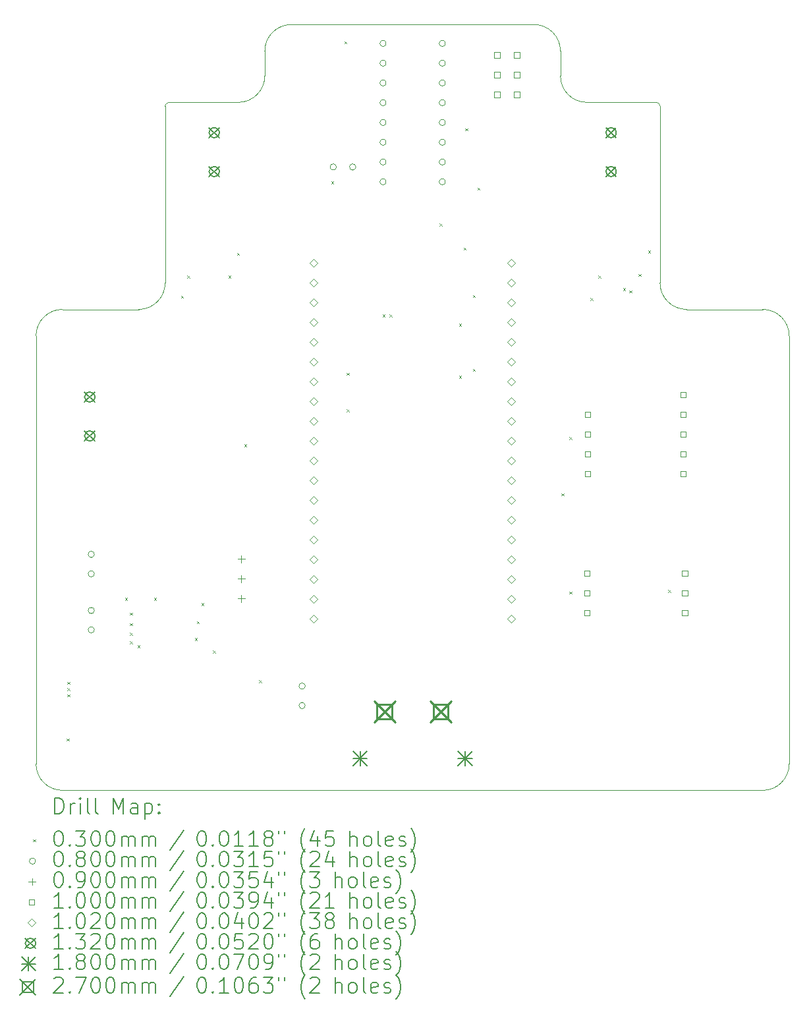
<source format=gbr>
%TF.GenerationSoftware,KiCad,Pcbnew,(7.0.0)*%
%TF.CreationDate,2023-09-27T17:20:04+02:00*%
%TF.ProjectId,Rover_1,526f7665-725f-4312-9e6b-696361645f70,rev?*%
%TF.SameCoordinates,Original*%
%TF.FileFunction,Drillmap*%
%TF.FilePolarity,Positive*%
%FSLAX45Y45*%
G04 Gerber Fmt 4.5, Leading zero omitted, Abs format (unit mm)*
G04 Created by KiCad (PCBNEW (7.0.0)) date 2023-09-27 17:20:04*
%MOMM*%
%LPD*%
G01*
G04 APERTURE LIST*
%ADD10C,0.100000*%
%ADD11C,0.200000*%
%ADD12C,0.030000*%
%ADD13C,0.080000*%
%ADD14C,0.090000*%
%ADD15C,0.102000*%
%ADD16C,0.132000*%
%ADD17C,0.180000*%
%ADD18C,0.270000*%
G04 APERTURE END LIST*
D10*
X11370000Y-7000000D02*
G75*
G03*
X11320000Y-7050000I0J-50000D01*
G01*
X18020000Y-9660000D02*
X19000000Y-9660000D01*
X12940416Y-6000416D02*
G75*
G03*
X12600416Y-6340416I4J-340004D01*
G01*
X9660000Y-15500000D02*
X9660000Y-10000000D01*
X10980000Y-9660000D02*
G75*
G03*
X11320000Y-9320000I0J340000D01*
G01*
X19340000Y-15500000D02*
X19340000Y-10000000D01*
X16740000Y-7000000D02*
X17630000Y-7000000D01*
X17680000Y-7050000D02*
G75*
G03*
X17630000Y-7000000I-50000J0D01*
G01*
X16400000Y-6340000D02*
X16400000Y-6660000D01*
X10000000Y-9660000D02*
G75*
G03*
X9660000Y-10000000I0J-340000D01*
G01*
X10000000Y-9660000D02*
X10980000Y-9660000D01*
X16400000Y-6660000D02*
G75*
G03*
X16740000Y-7000000I340000J0D01*
G01*
X11320000Y-9320000D02*
X11320000Y-7050000D01*
X19340000Y-10000000D02*
G75*
G03*
X19000000Y-9660000I-340000J0D01*
G01*
X16400000Y-6340000D02*
G75*
G03*
X16060000Y-6000000I-340000J0D01*
G01*
X11370000Y-7000000D02*
X12260000Y-7000000D01*
X17680000Y-7050000D02*
X17680000Y-9320000D01*
X12940416Y-6000416D02*
X16060000Y-6000000D01*
X19000000Y-15840000D02*
X10000000Y-15840000D01*
X12600000Y-6660000D02*
X12600416Y-6340416D01*
X19000000Y-15840000D02*
G75*
G03*
X19340000Y-15500000I0J340000D01*
G01*
X17680000Y-9320000D02*
G75*
G03*
X18020000Y-9660000I340000J0D01*
G01*
X9660000Y-15500000D02*
G75*
G03*
X10000000Y-15840000I340000J0D01*
G01*
X12260000Y-7000000D02*
G75*
G03*
X12600000Y-6660000I0J340000D01*
G01*
D11*
D12*
X10055000Y-15175000D02*
X10085000Y-15205000D01*
X10085000Y-15175000D02*
X10055000Y-15205000D01*
X10065000Y-14445000D02*
X10095000Y-14475000D01*
X10095000Y-14445000D02*
X10065000Y-14475000D01*
X10065000Y-14525000D02*
X10095000Y-14555000D01*
X10095000Y-14525000D02*
X10065000Y-14555000D01*
X10065000Y-14605000D02*
X10095000Y-14635000D01*
X10095000Y-14605000D02*
X10065000Y-14635000D01*
X10805000Y-13365000D02*
X10835000Y-13395000D01*
X10835000Y-13365000D02*
X10805000Y-13395000D01*
X10867500Y-13555000D02*
X10897500Y-13585000D01*
X10897500Y-13555000D02*
X10867500Y-13585000D01*
X10867500Y-13692500D02*
X10897500Y-13722500D01*
X10897500Y-13692500D02*
X10867500Y-13722500D01*
X10867500Y-13813238D02*
X10897500Y-13843238D01*
X10897500Y-13813238D02*
X10867500Y-13843238D01*
X10867500Y-13925000D02*
X10897500Y-13955000D01*
X10897500Y-13925000D02*
X10867500Y-13955000D01*
X10965000Y-13975000D02*
X10995000Y-14005000D01*
X10995000Y-13975000D02*
X10965000Y-14005000D01*
X11175000Y-13365000D02*
X11205000Y-13395000D01*
X11205000Y-13365000D02*
X11175000Y-13395000D01*
X11525000Y-9485000D02*
X11555000Y-9515000D01*
X11555000Y-9485000D02*
X11525000Y-9515000D01*
X11605000Y-9225000D02*
X11635000Y-9255000D01*
X11635000Y-9225000D02*
X11605000Y-9255000D01*
X11702500Y-13882500D02*
X11732500Y-13912500D01*
X11732500Y-13882500D02*
X11702500Y-13912500D01*
X11725000Y-13665000D02*
X11755000Y-13695000D01*
X11755000Y-13665000D02*
X11725000Y-13695000D01*
X11785000Y-13435000D02*
X11815000Y-13465000D01*
X11815000Y-13435000D02*
X11785000Y-13465000D01*
X11935000Y-14045000D02*
X11965000Y-14075000D01*
X11965000Y-14045000D02*
X11935000Y-14075000D01*
X12135000Y-9225000D02*
X12165000Y-9255000D01*
X12165000Y-9225000D02*
X12135000Y-9255000D01*
X12245000Y-8935000D02*
X12275000Y-8965000D01*
X12275000Y-8935000D02*
X12245000Y-8965000D01*
X12335000Y-11395000D02*
X12365000Y-11425000D01*
X12365000Y-11395000D02*
X12335000Y-11425000D01*
X12525000Y-14425000D02*
X12555000Y-14455000D01*
X12555000Y-14425000D02*
X12525000Y-14455000D01*
X13455000Y-8015000D02*
X13485000Y-8045000D01*
X13485000Y-8015000D02*
X13455000Y-8045000D01*
X13625000Y-6215000D02*
X13655000Y-6245000D01*
X13655000Y-6215000D02*
X13625000Y-6245000D01*
X13655000Y-10475000D02*
X13685000Y-10505000D01*
X13685000Y-10475000D02*
X13655000Y-10505000D01*
X13655000Y-10945000D02*
X13685000Y-10975000D01*
X13685000Y-10945000D02*
X13655000Y-10975000D01*
X14115000Y-9725000D02*
X14145000Y-9755000D01*
X14145000Y-9725000D02*
X14115000Y-9755000D01*
X14205000Y-9725000D02*
X14235000Y-9755000D01*
X14235000Y-9725000D02*
X14205000Y-9755000D01*
X14845000Y-8555000D02*
X14875000Y-8585000D01*
X14875000Y-8555000D02*
X14845000Y-8585000D01*
X15095000Y-9845000D02*
X15125000Y-9875000D01*
X15125000Y-9845000D02*
X15095000Y-9875000D01*
X15095000Y-10515000D02*
X15125000Y-10545000D01*
X15125000Y-10515000D02*
X15095000Y-10545000D01*
X15155000Y-8865000D02*
X15185000Y-8895000D01*
X15185000Y-8865000D02*
X15155000Y-8895000D01*
X15175000Y-7335000D02*
X15205000Y-7365000D01*
X15205000Y-7335000D02*
X15175000Y-7365000D01*
X15275000Y-9475000D02*
X15305000Y-9505000D01*
X15305000Y-9475000D02*
X15275000Y-9505000D01*
X15275000Y-10425000D02*
X15305000Y-10455000D01*
X15305000Y-10425000D02*
X15275000Y-10455000D01*
X15335000Y-8095000D02*
X15365000Y-8125000D01*
X15365000Y-8095000D02*
X15335000Y-8125000D01*
X16415000Y-12025000D02*
X16445000Y-12055000D01*
X16445000Y-12025000D02*
X16415000Y-12055000D01*
X16515000Y-11299000D02*
X16545000Y-11329000D01*
X16545000Y-11299000D02*
X16515000Y-11329000D01*
X16515000Y-13285000D02*
X16545000Y-13315000D01*
X16545000Y-13285000D02*
X16515000Y-13315000D01*
X16785000Y-9515000D02*
X16815000Y-9545000D01*
X16815000Y-9515000D02*
X16785000Y-9545000D01*
X16885000Y-9225000D02*
X16915000Y-9255000D01*
X16915000Y-9225000D02*
X16885000Y-9255000D01*
X17205000Y-9385000D02*
X17235000Y-9415000D01*
X17235000Y-9385000D02*
X17205000Y-9415000D01*
X17285000Y-9415000D02*
X17315000Y-9445000D01*
X17315000Y-9415000D02*
X17285000Y-9445000D01*
X17405000Y-9205000D02*
X17435000Y-9235000D01*
X17435000Y-9205000D02*
X17405000Y-9235000D01*
X17525000Y-8905000D02*
X17555000Y-8935000D01*
X17555000Y-8905000D02*
X17525000Y-8935000D01*
X17785000Y-13265000D02*
X17815000Y-13295000D01*
X17815000Y-13265000D02*
X17785000Y-13295000D01*
D13*
X10410000Y-12808238D02*
G75*
G03*
X10410000Y-12808238I-40000J0D01*
G01*
X10410000Y-13058238D02*
G75*
G03*
X10410000Y-13058238I-40000J0D01*
G01*
X10410000Y-13528238D02*
G75*
G03*
X10410000Y-13528238I-40000J0D01*
G01*
X10410000Y-13778238D02*
G75*
G03*
X10410000Y-13778238I-40000J0D01*
G01*
X13120000Y-14500000D02*
G75*
G03*
X13120000Y-14500000I-40000J0D01*
G01*
X13120000Y-14750000D02*
G75*
G03*
X13120000Y-14750000I-40000J0D01*
G01*
X13520000Y-7830000D02*
G75*
G03*
X13520000Y-7830000I-40000J0D01*
G01*
X13770000Y-7830000D02*
G75*
G03*
X13770000Y-7830000I-40000J0D01*
G01*
X14160000Y-6242500D02*
G75*
G03*
X14160000Y-6242500I-40000J0D01*
G01*
X14160000Y-6496500D02*
G75*
G03*
X14160000Y-6496500I-40000J0D01*
G01*
X14160000Y-6750500D02*
G75*
G03*
X14160000Y-6750500I-40000J0D01*
G01*
X14160000Y-7004500D02*
G75*
G03*
X14160000Y-7004500I-40000J0D01*
G01*
X14160000Y-7258500D02*
G75*
G03*
X14160000Y-7258500I-40000J0D01*
G01*
X14160000Y-7512500D02*
G75*
G03*
X14160000Y-7512500I-40000J0D01*
G01*
X14160000Y-7766500D02*
G75*
G03*
X14160000Y-7766500I-40000J0D01*
G01*
X14160000Y-8020500D02*
G75*
G03*
X14160000Y-8020500I-40000J0D01*
G01*
X14922000Y-6242500D02*
G75*
G03*
X14922000Y-6242500I-40000J0D01*
G01*
X14922000Y-6496500D02*
G75*
G03*
X14922000Y-6496500I-40000J0D01*
G01*
X14922000Y-6750500D02*
G75*
G03*
X14922000Y-6750500I-40000J0D01*
G01*
X14922000Y-7004500D02*
G75*
G03*
X14922000Y-7004500I-40000J0D01*
G01*
X14922000Y-7258500D02*
G75*
G03*
X14922000Y-7258500I-40000J0D01*
G01*
X14922000Y-7512500D02*
G75*
G03*
X14922000Y-7512500I-40000J0D01*
G01*
X14922000Y-7766500D02*
G75*
G03*
X14922000Y-7766500I-40000J0D01*
G01*
X14922000Y-8020500D02*
G75*
G03*
X14922000Y-8020500I-40000J0D01*
G01*
D14*
X12300000Y-12822600D02*
X12300000Y-12912600D01*
X12255000Y-12867600D02*
X12345000Y-12867600D01*
X12300000Y-13076600D02*
X12300000Y-13166600D01*
X12255000Y-13121600D02*
X12345000Y-13121600D01*
X12300000Y-13330600D02*
X12300000Y-13420600D01*
X12255000Y-13375600D02*
X12345000Y-13375600D01*
D10*
X15621356Y-6427356D02*
X15621356Y-6356644D01*
X15550644Y-6356644D01*
X15550644Y-6427356D01*
X15621356Y-6427356D01*
X15621356Y-6681356D02*
X15621356Y-6610644D01*
X15550644Y-6610644D01*
X15550644Y-6681356D01*
X15621356Y-6681356D01*
X15621356Y-6935356D02*
X15621356Y-6864644D01*
X15550644Y-6864644D01*
X15550644Y-6935356D01*
X15621356Y-6935356D01*
X15875356Y-6427356D02*
X15875356Y-6356644D01*
X15804644Y-6356644D01*
X15804644Y-6427356D01*
X15875356Y-6427356D01*
X15875356Y-6681356D02*
X15875356Y-6610644D01*
X15804644Y-6610644D01*
X15804644Y-6681356D01*
X15875356Y-6681356D01*
X15875356Y-6935356D02*
X15875356Y-6864644D01*
X15804644Y-6864644D01*
X15804644Y-6935356D01*
X15875356Y-6935356D01*
X16775356Y-13085856D02*
X16775356Y-13015144D01*
X16704644Y-13015144D01*
X16704644Y-13085856D01*
X16775356Y-13085856D01*
X16775356Y-13339856D02*
X16775356Y-13269144D01*
X16704644Y-13269144D01*
X16704644Y-13339856D01*
X16775356Y-13339856D01*
X16775356Y-13593856D02*
X16775356Y-13523144D01*
X16704644Y-13523144D01*
X16704644Y-13593856D01*
X16775356Y-13593856D01*
X16785356Y-11047356D02*
X16785356Y-10976644D01*
X16714644Y-10976644D01*
X16714644Y-11047356D01*
X16785356Y-11047356D01*
X16785356Y-11301356D02*
X16785356Y-11230644D01*
X16714644Y-11230644D01*
X16714644Y-11301356D01*
X16785356Y-11301356D01*
X16785356Y-11555356D02*
X16785356Y-11484644D01*
X16714644Y-11484644D01*
X16714644Y-11555356D01*
X16785356Y-11555356D01*
X16785356Y-11809356D02*
X16785356Y-11738644D01*
X16714644Y-11738644D01*
X16714644Y-11809356D01*
X16785356Y-11809356D01*
X18015356Y-10793356D02*
X18015356Y-10722644D01*
X17944644Y-10722644D01*
X17944644Y-10793356D01*
X18015356Y-10793356D01*
X18015356Y-11047356D02*
X18015356Y-10976644D01*
X17944644Y-10976644D01*
X17944644Y-11047356D01*
X18015356Y-11047356D01*
X18015356Y-11301356D02*
X18015356Y-11230644D01*
X17944644Y-11230644D01*
X17944644Y-11301356D01*
X18015356Y-11301356D01*
X18015356Y-11555356D02*
X18015356Y-11484644D01*
X17944644Y-11484644D01*
X17944644Y-11555356D01*
X18015356Y-11555356D01*
X18015356Y-11809356D02*
X18015356Y-11738644D01*
X17944644Y-11738644D01*
X17944644Y-11809356D01*
X18015356Y-11809356D01*
X18035356Y-13085856D02*
X18035356Y-13015144D01*
X17964644Y-13015144D01*
X17964644Y-13085856D01*
X18035356Y-13085856D01*
X18035356Y-13339856D02*
X18035356Y-13269144D01*
X17964644Y-13269144D01*
X17964644Y-13339856D01*
X18035356Y-13339856D01*
X18035356Y-13593856D02*
X18035356Y-13523144D01*
X17964644Y-13523144D01*
X17964644Y-13593856D01*
X18035356Y-13593856D01*
D15*
X13230000Y-9116000D02*
X13281000Y-9065000D01*
X13230000Y-9014000D01*
X13179000Y-9065000D01*
X13230000Y-9116000D01*
X13230000Y-9370000D02*
X13281000Y-9319000D01*
X13230000Y-9268000D01*
X13179000Y-9319000D01*
X13230000Y-9370000D01*
X13230000Y-9624000D02*
X13281000Y-9573000D01*
X13230000Y-9522000D01*
X13179000Y-9573000D01*
X13230000Y-9624000D01*
X13230000Y-9878000D02*
X13281000Y-9827000D01*
X13230000Y-9776000D01*
X13179000Y-9827000D01*
X13230000Y-9878000D01*
X13230000Y-10132000D02*
X13281000Y-10081000D01*
X13230000Y-10030000D01*
X13179000Y-10081000D01*
X13230000Y-10132000D01*
X13230000Y-10386000D02*
X13281000Y-10335000D01*
X13230000Y-10284000D01*
X13179000Y-10335000D01*
X13230000Y-10386000D01*
X13230000Y-10640000D02*
X13281000Y-10589000D01*
X13230000Y-10538000D01*
X13179000Y-10589000D01*
X13230000Y-10640000D01*
X13230000Y-10894000D02*
X13281000Y-10843000D01*
X13230000Y-10792000D01*
X13179000Y-10843000D01*
X13230000Y-10894000D01*
X13230000Y-11148000D02*
X13281000Y-11097000D01*
X13230000Y-11046000D01*
X13179000Y-11097000D01*
X13230000Y-11148000D01*
X13230000Y-11402000D02*
X13281000Y-11351000D01*
X13230000Y-11300000D01*
X13179000Y-11351000D01*
X13230000Y-11402000D01*
X13230000Y-11656000D02*
X13281000Y-11605000D01*
X13230000Y-11554000D01*
X13179000Y-11605000D01*
X13230000Y-11656000D01*
X13230000Y-11910000D02*
X13281000Y-11859000D01*
X13230000Y-11808000D01*
X13179000Y-11859000D01*
X13230000Y-11910000D01*
X13230000Y-12164000D02*
X13281000Y-12113000D01*
X13230000Y-12062000D01*
X13179000Y-12113000D01*
X13230000Y-12164000D01*
X13230000Y-12418000D02*
X13281000Y-12367000D01*
X13230000Y-12316000D01*
X13179000Y-12367000D01*
X13230000Y-12418000D01*
X13230000Y-12672000D02*
X13281000Y-12621000D01*
X13230000Y-12570000D01*
X13179000Y-12621000D01*
X13230000Y-12672000D01*
X13230000Y-12926000D02*
X13281000Y-12875000D01*
X13230000Y-12824000D01*
X13179000Y-12875000D01*
X13230000Y-12926000D01*
X13230000Y-13180000D02*
X13281000Y-13129000D01*
X13230000Y-13078000D01*
X13179000Y-13129000D01*
X13230000Y-13180000D01*
X13230000Y-13434000D02*
X13281000Y-13383000D01*
X13230000Y-13332000D01*
X13179000Y-13383000D01*
X13230000Y-13434000D01*
X13230000Y-13688000D02*
X13281000Y-13637000D01*
X13230000Y-13586000D01*
X13179000Y-13637000D01*
X13230000Y-13688000D01*
X15770000Y-9116000D02*
X15821000Y-9065000D01*
X15770000Y-9014000D01*
X15719000Y-9065000D01*
X15770000Y-9116000D01*
X15770000Y-9370000D02*
X15821000Y-9319000D01*
X15770000Y-9268000D01*
X15719000Y-9319000D01*
X15770000Y-9370000D01*
X15770000Y-9624000D02*
X15821000Y-9573000D01*
X15770000Y-9522000D01*
X15719000Y-9573000D01*
X15770000Y-9624000D01*
X15770000Y-9878000D02*
X15821000Y-9827000D01*
X15770000Y-9776000D01*
X15719000Y-9827000D01*
X15770000Y-9878000D01*
X15770000Y-10132000D02*
X15821000Y-10081000D01*
X15770000Y-10030000D01*
X15719000Y-10081000D01*
X15770000Y-10132000D01*
X15770000Y-10386000D02*
X15821000Y-10335000D01*
X15770000Y-10284000D01*
X15719000Y-10335000D01*
X15770000Y-10386000D01*
X15770000Y-10640000D02*
X15821000Y-10589000D01*
X15770000Y-10538000D01*
X15719000Y-10589000D01*
X15770000Y-10640000D01*
X15770000Y-10894000D02*
X15821000Y-10843000D01*
X15770000Y-10792000D01*
X15719000Y-10843000D01*
X15770000Y-10894000D01*
X15770000Y-11148000D02*
X15821000Y-11097000D01*
X15770000Y-11046000D01*
X15719000Y-11097000D01*
X15770000Y-11148000D01*
X15770000Y-11402000D02*
X15821000Y-11351000D01*
X15770000Y-11300000D01*
X15719000Y-11351000D01*
X15770000Y-11402000D01*
X15770000Y-11656000D02*
X15821000Y-11605000D01*
X15770000Y-11554000D01*
X15719000Y-11605000D01*
X15770000Y-11656000D01*
X15770000Y-11910000D02*
X15821000Y-11859000D01*
X15770000Y-11808000D01*
X15719000Y-11859000D01*
X15770000Y-11910000D01*
X15770000Y-12164000D02*
X15821000Y-12113000D01*
X15770000Y-12062000D01*
X15719000Y-12113000D01*
X15770000Y-12164000D01*
X15770000Y-12418000D02*
X15821000Y-12367000D01*
X15770000Y-12316000D01*
X15719000Y-12367000D01*
X15770000Y-12418000D01*
X15770000Y-12672000D02*
X15821000Y-12621000D01*
X15770000Y-12570000D01*
X15719000Y-12621000D01*
X15770000Y-12672000D01*
X15770000Y-12926000D02*
X15821000Y-12875000D01*
X15770000Y-12824000D01*
X15719000Y-12875000D01*
X15770000Y-12926000D01*
X15770000Y-13180000D02*
X15821000Y-13129000D01*
X15770000Y-13078000D01*
X15719000Y-13129000D01*
X15770000Y-13180000D01*
X15770000Y-13434000D02*
X15821000Y-13383000D01*
X15770000Y-13332000D01*
X15719000Y-13383000D01*
X15770000Y-13434000D01*
X15770000Y-13688000D02*
X15821000Y-13637000D01*
X15770000Y-13586000D01*
X15719000Y-13637000D01*
X15770000Y-13688000D01*
D16*
X10284000Y-10720500D02*
X10416000Y-10852500D01*
X10416000Y-10720500D02*
X10284000Y-10852500D01*
X10416000Y-10786500D02*
G75*
G03*
X10416000Y-10786500I-66000J0D01*
G01*
X10284000Y-11220500D02*
X10416000Y-11352500D01*
X10416000Y-11220500D02*
X10284000Y-11352500D01*
X10416000Y-11286500D02*
G75*
G03*
X10416000Y-11286500I-66000J0D01*
G01*
X11884000Y-7323500D02*
X12016000Y-7455500D01*
X12016000Y-7323500D02*
X11884000Y-7455500D01*
X12016000Y-7389500D02*
G75*
G03*
X12016000Y-7389500I-66000J0D01*
G01*
X11884000Y-7823500D02*
X12016000Y-7955500D01*
X12016000Y-7823500D02*
X11884000Y-7955500D01*
X12016000Y-7889500D02*
G75*
G03*
X12016000Y-7889500I-66000J0D01*
G01*
X16984000Y-7323500D02*
X17116000Y-7455500D01*
X17116000Y-7323500D02*
X16984000Y-7455500D01*
X17116000Y-7389500D02*
G75*
G03*
X17116000Y-7389500I-66000J0D01*
G01*
X16984000Y-7823500D02*
X17116000Y-7955500D01*
X17116000Y-7823500D02*
X16984000Y-7955500D01*
X17116000Y-7889500D02*
G75*
G03*
X17116000Y-7889500I-66000J0D01*
G01*
D17*
X13735000Y-15340000D02*
X13915000Y-15520000D01*
X13915000Y-15340000D02*
X13735000Y-15520000D01*
X13825000Y-15340000D02*
X13825000Y-15520000D01*
X13735000Y-15430000D02*
X13915000Y-15430000D01*
X15085000Y-15340000D02*
X15265000Y-15520000D01*
X15265000Y-15340000D02*
X15085000Y-15520000D01*
X15175000Y-15340000D02*
X15175000Y-15520000D01*
X15085000Y-15430000D02*
X15265000Y-15430000D01*
D18*
X14005000Y-14695000D02*
X14275000Y-14965000D01*
X14275000Y-14695000D02*
X14005000Y-14965000D01*
X14235460Y-14925460D02*
X14235460Y-14734540D01*
X14044540Y-14734540D01*
X14044540Y-14925460D01*
X14235460Y-14925460D01*
X14725000Y-14695000D02*
X14995000Y-14965000D01*
X14995000Y-14695000D02*
X14725000Y-14965000D01*
X14955460Y-14925460D02*
X14955460Y-14734540D01*
X14764540Y-14734540D01*
X14764540Y-14925460D01*
X14955460Y-14925460D01*
D11*
X9902619Y-16138476D02*
X9902619Y-15938476D01*
X9902619Y-15938476D02*
X9950238Y-15938476D01*
X9950238Y-15938476D02*
X9978810Y-15948000D01*
X9978810Y-15948000D02*
X9997857Y-15967048D01*
X9997857Y-15967048D02*
X10007381Y-15986095D01*
X10007381Y-15986095D02*
X10016905Y-16024190D01*
X10016905Y-16024190D02*
X10016905Y-16052762D01*
X10016905Y-16052762D02*
X10007381Y-16090857D01*
X10007381Y-16090857D02*
X9997857Y-16109905D01*
X9997857Y-16109905D02*
X9978810Y-16128952D01*
X9978810Y-16128952D02*
X9950238Y-16138476D01*
X9950238Y-16138476D02*
X9902619Y-16138476D01*
X10102619Y-16138476D02*
X10102619Y-16005143D01*
X10102619Y-16043238D02*
X10112143Y-16024190D01*
X10112143Y-16024190D02*
X10121667Y-16014667D01*
X10121667Y-16014667D02*
X10140714Y-16005143D01*
X10140714Y-16005143D02*
X10159762Y-16005143D01*
X10226429Y-16138476D02*
X10226429Y-16005143D01*
X10226429Y-15938476D02*
X10216905Y-15948000D01*
X10216905Y-15948000D02*
X10226429Y-15957524D01*
X10226429Y-15957524D02*
X10235952Y-15948000D01*
X10235952Y-15948000D02*
X10226429Y-15938476D01*
X10226429Y-15938476D02*
X10226429Y-15957524D01*
X10350238Y-16138476D02*
X10331190Y-16128952D01*
X10331190Y-16128952D02*
X10321667Y-16109905D01*
X10321667Y-16109905D02*
X10321667Y-15938476D01*
X10455000Y-16138476D02*
X10435952Y-16128952D01*
X10435952Y-16128952D02*
X10426429Y-16109905D01*
X10426429Y-16109905D02*
X10426429Y-15938476D01*
X10651190Y-16138476D02*
X10651190Y-15938476D01*
X10651190Y-15938476D02*
X10717857Y-16081333D01*
X10717857Y-16081333D02*
X10784524Y-15938476D01*
X10784524Y-15938476D02*
X10784524Y-16138476D01*
X10965476Y-16138476D02*
X10965476Y-16033714D01*
X10965476Y-16033714D02*
X10955952Y-16014667D01*
X10955952Y-16014667D02*
X10936905Y-16005143D01*
X10936905Y-16005143D02*
X10898809Y-16005143D01*
X10898809Y-16005143D02*
X10879762Y-16014667D01*
X10965476Y-16128952D02*
X10946429Y-16138476D01*
X10946429Y-16138476D02*
X10898809Y-16138476D01*
X10898809Y-16138476D02*
X10879762Y-16128952D01*
X10879762Y-16128952D02*
X10870238Y-16109905D01*
X10870238Y-16109905D02*
X10870238Y-16090857D01*
X10870238Y-16090857D02*
X10879762Y-16071809D01*
X10879762Y-16071809D02*
X10898809Y-16062286D01*
X10898809Y-16062286D02*
X10946429Y-16062286D01*
X10946429Y-16062286D02*
X10965476Y-16052762D01*
X11060714Y-16005143D02*
X11060714Y-16205143D01*
X11060714Y-16014667D02*
X11079762Y-16005143D01*
X11079762Y-16005143D02*
X11117857Y-16005143D01*
X11117857Y-16005143D02*
X11136905Y-16014667D01*
X11136905Y-16014667D02*
X11146429Y-16024190D01*
X11146429Y-16024190D02*
X11155952Y-16043238D01*
X11155952Y-16043238D02*
X11155952Y-16100381D01*
X11155952Y-16100381D02*
X11146429Y-16119428D01*
X11146429Y-16119428D02*
X11136905Y-16128952D01*
X11136905Y-16128952D02*
X11117857Y-16138476D01*
X11117857Y-16138476D02*
X11079762Y-16138476D01*
X11079762Y-16138476D02*
X11060714Y-16128952D01*
X11241667Y-16119428D02*
X11251190Y-16128952D01*
X11251190Y-16128952D02*
X11241667Y-16138476D01*
X11241667Y-16138476D02*
X11232143Y-16128952D01*
X11232143Y-16128952D02*
X11241667Y-16119428D01*
X11241667Y-16119428D02*
X11241667Y-16138476D01*
X11241667Y-16014667D02*
X11251190Y-16024190D01*
X11251190Y-16024190D02*
X11241667Y-16033714D01*
X11241667Y-16033714D02*
X11232143Y-16024190D01*
X11232143Y-16024190D02*
X11241667Y-16014667D01*
X11241667Y-16014667D02*
X11241667Y-16033714D01*
D12*
X9625000Y-16470000D02*
X9655000Y-16500000D01*
X9655000Y-16470000D02*
X9625000Y-16500000D01*
D11*
X9940714Y-16358476D02*
X9959762Y-16358476D01*
X9959762Y-16358476D02*
X9978810Y-16368000D01*
X9978810Y-16368000D02*
X9988333Y-16377524D01*
X9988333Y-16377524D02*
X9997857Y-16396571D01*
X9997857Y-16396571D02*
X10007381Y-16434667D01*
X10007381Y-16434667D02*
X10007381Y-16482286D01*
X10007381Y-16482286D02*
X9997857Y-16520381D01*
X9997857Y-16520381D02*
X9988333Y-16539428D01*
X9988333Y-16539428D02*
X9978810Y-16548952D01*
X9978810Y-16548952D02*
X9959762Y-16558476D01*
X9959762Y-16558476D02*
X9940714Y-16558476D01*
X9940714Y-16558476D02*
X9921667Y-16548952D01*
X9921667Y-16548952D02*
X9912143Y-16539428D01*
X9912143Y-16539428D02*
X9902619Y-16520381D01*
X9902619Y-16520381D02*
X9893095Y-16482286D01*
X9893095Y-16482286D02*
X9893095Y-16434667D01*
X9893095Y-16434667D02*
X9902619Y-16396571D01*
X9902619Y-16396571D02*
X9912143Y-16377524D01*
X9912143Y-16377524D02*
X9921667Y-16368000D01*
X9921667Y-16368000D02*
X9940714Y-16358476D01*
X10093095Y-16539428D02*
X10102619Y-16548952D01*
X10102619Y-16548952D02*
X10093095Y-16558476D01*
X10093095Y-16558476D02*
X10083571Y-16548952D01*
X10083571Y-16548952D02*
X10093095Y-16539428D01*
X10093095Y-16539428D02*
X10093095Y-16558476D01*
X10169286Y-16358476D02*
X10293095Y-16358476D01*
X10293095Y-16358476D02*
X10226429Y-16434667D01*
X10226429Y-16434667D02*
X10255000Y-16434667D01*
X10255000Y-16434667D02*
X10274048Y-16444190D01*
X10274048Y-16444190D02*
X10283571Y-16453714D01*
X10283571Y-16453714D02*
X10293095Y-16472762D01*
X10293095Y-16472762D02*
X10293095Y-16520381D01*
X10293095Y-16520381D02*
X10283571Y-16539428D01*
X10283571Y-16539428D02*
X10274048Y-16548952D01*
X10274048Y-16548952D02*
X10255000Y-16558476D01*
X10255000Y-16558476D02*
X10197857Y-16558476D01*
X10197857Y-16558476D02*
X10178810Y-16548952D01*
X10178810Y-16548952D02*
X10169286Y-16539428D01*
X10416905Y-16358476D02*
X10435952Y-16358476D01*
X10435952Y-16358476D02*
X10455000Y-16368000D01*
X10455000Y-16368000D02*
X10464524Y-16377524D01*
X10464524Y-16377524D02*
X10474048Y-16396571D01*
X10474048Y-16396571D02*
X10483571Y-16434667D01*
X10483571Y-16434667D02*
X10483571Y-16482286D01*
X10483571Y-16482286D02*
X10474048Y-16520381D01*
X10474048Y-16520381D02*
X10464524Y-16539428D01*
X10464524Y-16539428D02*
X10455000Y-16548952D01*
X10455000Y-16548952D02*
X10435952Y-16558476D01*
X10435952Y-16558476D02*
X10416905Y-16558476D01*
X10416905Y-16558476D02*
X10397857Y-16548952D01*
X10397857Y-16548952D02*
X10388333Y-16539428D01*
X10388333Y-16539428D02*
X10378810Y-16520381D01*
X10378810Y-16520381D02*
X10369286Y-16482286D01*
X10369286Y-16482286D02*
X10369286Y-16434667D01*
X10369286Y-16434667D02*
X10378810Y-16396571D01*
X10378810Y-16396571D02*
X10388333Y-16377524D01*
X10388333Y-16377524D02*
X10397857Y-16368000D01*
X10397857Y-16368000D02*
X10416905Y-16358476D01*
X10607381Y-16358476D02*
X10626429Y-16358476D01*
X10626429Y-16358476D02*
X10645476Y-16368000D01*
X10645476Y-16368000D02*
X10655000Y-16377524D01*
X10655000Y-16377524D02*
X10664524Y-16396571D01*
X10664524Y-16396571D02*
X10674048Y-16434667D01*
X10674048Y-16434667D02*
X10674048Y-16482286D01*
X10674048Y-16482286D02*
X10664524Y-16520381D01*
X10664524Y-16520381D02*
X10655000Y-16539428D01*
X10655000Y-16539428D02*
X10645476Y-16548952D01*
X10645476Y-16548952D02*
X10626429Y-16558476D01*
X10626429Y-16558476D02*
X10607381Y-16558476D01*
X10607381Y-16558476D02*
X10588333Y-16548952D01*
X10588333Y-16548952D02*
X10578810Y-16539428D01*
X10578810Y-16539428D02*
X10569286Y-16520381D01*
X10569286Y-16520381D02*
X10559762Y-16482286D01*
X10559762Y-16482286D02*
X10559762Y-16434667D01*
X10559762Y-16434667D02*
X10569286Y-16396571D01*
X10569286Y-16396571D02*
X10578810Y-16377524D01*
X10578810Y-16377524D02*
X10588333Y-16368000D01*
X10588333Y-16368000D02*
X10607381Y-16358476D01*
X10759762Y-16558476D02*
X10759762Y-16425143D01*
X10759762Y-16444190D02*
X10769286Y-16434667D01*
X10769286Y-16434667D02*
X10788333Y-16425143D01*
X10788333Y-16425143D02*
X10816905Y-16425143D01*
X10816905Y-16425143D02*
X10835952Y-16434667D01*
X10835952Y-16434667D02*
X10845476Y-16453714D01*
X10845476Y-16453714D02*
X10845476Y-16558476D01*
X10845476Y-16453714D02*
X10855000Y-16434667D01*
X10855000Y-16434667D02*
X10874048Y-16425143D01*
X10874048Y-16425143D02*
X10902619Y-16425143D01*
X10902619Y-16425143D02*
X10921667Y-16434667D01*
X10921667Y-16434667D02*
X10931191Y-16453714D01*
X10931191Y-16453714D02*
X10931191Y-16558476D01*
X11026429Y-16558476D02*
X11026429Y-16425143D01*
X11026429Y-16444190D02*
X11035952Y-16434667D01*
X11035952Y-16434667D02*
X11055000Y-16425143D01*
X11055000Y-16425143D02*
X11083572Y-16425143D01*
X11083572Y-16425143D02*
X11102619Y-16434667D01*
X11102619Y-16434667D02*
X11112143Y-16453714D01*
X11112143Y-16453714D02*
X11112143Y-16558476D01*
X11112143Y-16453714D02*
X11121667Y-16434667D01*
X11121667Y-16434667D02*
X11140714Y-16425143D01*
X11140714Y-16425143D02*
X11169286Y-16425143D01*
X11169286Y-16425143D02*
X11188333Y-16434667D01*
X11188333Y-16434667D02*
X11197857Y-16453714D01*
X11197857Y-16453714D02*
X11197857Y-16558476D01*
X11555952Y-16348952D02*
X11384524Y-16606095D01*
X11780714Y-16358476D02*
X11799762Y-16358476D01*
X11799762Y-16358476D02*
X11818810Y-16368000D01*
X11818810Y-16368000D02*
X11828333Y-16377524D01*
X11828333Y-16377524D02*
X11837857Y-16396571D01*
X11837857Y-16396571D02*
X11847381Y-16434667D01*
X11847381Y-16434667D02*
X11847381Y-16482286D01*
X11847381Y-16482286D02*
X11837857Y-16520381D01*
X11837857Y-16520381D02*
X11828333Y-16539428D01*
X11828333Y-16539428D02*
X11818810Y-16548952D01*
X11818810Y-16548952D02*
X11799762Y-16558476D01*
X11799762Y-16558476D02*
X11780714Y-16558476D01*
X11780714Y-16558476D02*
X11761667Y-16548952D01*
X11761667Y-16548952D02*
X11752143Y-16539428D01*
X11752143Y-16539428D02*
X11742619Y-16520381D01*
X11742619Y-16520381D02*
X11733095Y-16482286D01*
X11733095Y-16482286D02*
X11733095Y-16434667D01*
X11733095Y-16434667D02*
X11742619Y-16396571D01*
X11742619Y-16396571D02*
X11752143Y-16377524D01*
X11752143Y-16377524D02*
X11761667Y-16368000D01*
X11761667Y-16368000D02*
X11780714Y-16358476D01*
X11933095Y-16539428D02*
X11942619Y-16548952D01*
X11942619Y-16548952D02*
X11933095Y-16558476D01*
X11933095Y-16558476D02*
X11923571Y-16548952D01*
X11923571Y-16548952D02*
X11933095Y-16539428D01*
X11933095Y-16539428D02*
X11933095Y-16558476D01*
X12066429Y-16358476D02*
X12085476Y-16358476D01*
X12085476Y-16358476D02*
X12104524Y-16368000D01*
X12104524Y-16368000D02*
X12114048Y-16377524D01*
X12114048Y-16377524D02*
X12123571Y-16396571D01*
X12123571Y-16396571D02*
X12133095Y-16434667D01*
X12133095Y-16434667D02*
X12133095Y-16482286D01*
X12133095Y-16482286D02*
X12123571Y-16520381D01*
X12123571Y-16520381D02*
X12114048Y-16539428D01*
X12114048Y-16539428D02*
X12104524Y-16548952D01*
X12104524Y-16548952D02*
X12085476Y-16558476D01*
X12085476Y-16558476D02*
X12066429Y-16558476D01*
X12066429Y-16558476D02*
X12047381Y-16548952D01*
X12047381Y-16548952D02*
X12037857Y-16539428D01*
X12037857Y-16539428D02*
X12028333Y-16520381D01*
X12028333Y-16520381D02*
X12018810Y-16482286D01*
X12018810Y-16482286D02*
X12018810Y-16434667D01*
X12018810Y-16434667D02*
X12028333Y-16396571D01*
X12028333Y-16396571D02*
X12037857Y-16377524D01*
X12037857Y-16377524D02*
X12047381Y-16368000D01*
X12047381Y-16368000D02*
X12066429Y-16358476D01*
X12323571Y-16558476D02*
X12209286Y-16558476D01*
X12266429Y-16558476D02*
X12266429Y-16358476D01*
X12266429Y-16358476D02*
X12247381Y-16387048D01*
X12247381Y-16387048D02*
X12228333Y-16406095D01*
X12228333Y-16406095D02*
X12209286Y-16415619D01*
X12514048Y-16558476D02*
X12399762Y-16558476D01*
X12456905Y-16558476D02*
X12456905Y-16358476D01*
X12456905Y-16358476D02*
X12437857Y-16387048D01*
X12437857Y-16387048D02*
X12418810Y-16406095D01*
X12418810Y-16406095D02*
X12399762Y-16415619D01*
X12628333Y-16444190D02*
X12609286Y-16434667D01*
X12609286Y-16434667D02*
X12599762Y-16425143D01*
X12599762Y-16425143D02*
X12590238Y-16406095D01*
X12590238Y-16406095D02*
X12590238Y-16396571D01*
X12590238Y-16396571D02*
X12599762Y-16377524D01*
X12599762Y-16377524D02*
X12609286Y-16368000D01*
X12609286Y-16368000D02*
X12628333Y-16358476D01*
X12628333Y-16358476D02*
X12666429Y-16358476D01*
X12666429Y-16358476D02*
X12685476Y-16368000D01*
X12685476Y-16368000D02*
X12695000Y-16377524D01*
X12695000Y-16377524D02*
X12704524Y-16396571D01*
X12704524Y-16396571D02*
X12704524Y-16406095D01*
X12704524Y-16406095D02*
X12695000Y-16425143D01*
X12695000Y-16425143D02*
X12685476Y-16434667D01*
X12685476Y-16434667D02*
X12666429Y-16444190D01*
X12666429Y-16444190D02*
X12628333Y-16444190D01*
X12628333Y-16444190D02*
X12609286Y-16453714D01*
X12609286Y-16453714D02*
X12599762Y-16463238D01*
X12599762Y-16463238D02*
X12590238Y-16482286D01*
X12590238Y-16482286D02*
X12590238Y-16520381D01*
X12590238Y-16520381D02*
X12599762Y-16539428D01*
X12599762Y-16539428D02*
X12609286Y-16548952D01*
X12609286Y-16548952D02*
X12628333Y-16558476D01*
X12628333Y-16558476D02*
X12666429Y-16558476D01*
X12666429Y-16558476D02*
X12685476Y-16548952D01*
X12685476Y-16548952D02*
X12695000Y-16539428D01*
X12695000Y-16539428D02*
X12704524Y-16520381D01*
X12704524Y-16520381D02*
X12704524Y-16482286D01*
X12704524Y-16482286D02*
X12695000Y-16463238D01*
X12695000Y-16463238D02*
X12685476Y-16453714D01*
X12685476Y-16453714D02*
X12666429Y-16444190D01*
X12780714Y-16358476D02*
X12780714Y-16396571D01*
X12856905Y-16358476D02*
X12856905Y-16396571D01*
X13119762Y-16634667D02*
X13110238Y-16625143D01*
X13110238Y-16625143D02*
X13091191Y-16596571D01*
X13091191Y-16596571D02*
X13081667Y-16577524D01*
X13081667Y-16577524D02*
X13072143Y-16548952D01*
X13072143Y-16548952D02*
X13062619Y-16501333D01*
X13062619Y-16501333D02*
X13062619Y-16463238D01*
X13062619Y-16463238D02*
X13072143Y-16415619D01*
X13072143Y-16415619D02*
X13081667Y-16387048D01*
X13081667Y-16387048D02*
X13091191Y-16368000D01*
X13091191Y-16368000D02*
X13110238Y-16339428D01*
X13110238Y-16339428D02*
X13119762Y-16329905D01*
X13281667Y-16425143D02*
X13281667Y-16558476D01*
X13234048Y-16348952D02*
X13186429Y-16491809D01*
X13186429Y-16491809D02*
X13310238Y-16491809D01*
X13481667Y-16358476D02*
X13386429Y-16358476D01*
X13386429Y-16358476D02*
X13376905Y-16453714D01*
X13376905Y-16453714D02*
X13386429Y-16444190D01*
X13386429Y-16444190D02*
X13405476Y-16434667D01*
X13405476Y-16434667D02*
X13453095Y-16434667D01*
X13453095Y-16434667D02*
X13472143Y-16444190D01*
X13472143Y-16444190D02*
X13481667Y-16453714D01*
X13481667Y-16453714D02*
X13491191Y-16472762D01*
X13491191Y-16472762D02*
X13491191Y-16520381D01*
X13491191Y-16520381D02*
X13481667Y-16539428D01*
X13481667Y-16539428D02*
X13472143Y-16548952D01*
X13472143Y-16548952D02*
X13453095Y-16558476D01*
X13453095Y-16558476D02*
X13405476Y-16558476D01*
X13405476Y-16558476D02*
X13386429Y-16548952D01*
X13386429Y-16548952D02*
X13376905Y-16539428D01*
X13696905Y-16558476D02*
X13696905Y-16358476D01*
X13782619Y-16558476D02*
X13782619Y-16453714D01*
X13782619Y-16453714D02*
X13773095Y-16434667D01*
X13773095Y-16434667D02*
X13754048Y-16425143D01*
X13754048Y-16425143D02*
X13725476Y-16425143D01*
X13725476Y-16425143D02*
X13706429Y-16434667D01*
X13706429Y-16434667D02*
X13696905Y-16444190D01*
X13906429Y-16558476D02*
X13887381Y-16548952D01*
X13887381Y-16548952D02*
X13877857Y-16539428D01*
X13877857Y-16539428D02*
X13868333Y-16520381D01*
X13868333Y-16520381D02*
X13868333Y-16463238D01*
X13868333Y-16463238D02*
X13877857Y-16444190D01*
X13877857Y-16444190D02*
X13887381Y-16434667D01*
X13887381Y-16434667D02*
X13906429Y-16425143D01*
X13906429Y-16425143D02*
X13935000Y-16425143D01*
X13935000Y-16425143D02*
X13954048Y-16434667D01*
X13954048Y-16434667D02*
X13963572Y-16444190D01*
X13963572Y-16444190D02*
X13973095Y-16463238D01*
X13973095Y-16463238D02*
X13973095Y-16520381D01*
X13973095Y-16520381D02*
X13963572Y-16539428D01*
X13963572Y-16539428D02*
X13954048Y-16548952D01*
X13954048Y-16548952D02*
X13935000Y-16558476D01*
X13935000Y-16558476D02*
X13906429Y-16558476D01*
X14087381Y-16558476D02*
X14068333Y-16548952D01*
X14068333Y-16548952D02*
X14058810Y-16529905D01*
X14058810Y-16529905D02*
X14058810Y-16358476D01*
X14239762Y-16548952D02*
X14220714Y-16558476D01*
X14220714Y-16558476D02*
X14182619Y-16558476D01*
X14182619Y-16558476D02*
X14163572Y-16548952D01*
X14163572Y-16548952D02*
X14154048Y-16529905D01*
X14154048Y-16529905D02*
X14154048Y-16453714D01*
X14154048Y-16453714D02*
X14163572Y-16434667D01*
X14163572Y-16434667D02*
X14182619Y-16425143D01*
X14182619Y-16425143D02*
X14220714Y-16425143D01*
X14220714Y-16425143D02*
X14239762Y-16434667D01*
X14239762Y-16434667D02*
X14249286Y-16453714D01*
X14249286Y-16453714D02*
X14249286Y-16472762D01*
X14249286Y-16472762D02*
X14154048Y-16491809D01*
X14325476Y-16548952D02*
X14344524Y-16558476D01*
X14344524Y-16558476D02*
X14382619Y-16558476D01*
X14382619Y-16558476D02*
X14401667Y-16548952D01*
X14401667Y-16548952D02*
X14411191Y-16529905D01*
X14411191Y-16529905D02*
X14411191Y-16520381D01*
X14411191Y-16520381D02*
X14401667Y-16501333D01*
X14401667Y-16501333D02*
X14382619Y-16491809D01*
X14382619Y-16491809D02*
X14354048Y-16491809D01*
X14354048Y-16491809D02*
X14335000Y-16482286D01*
X14335000Y-16482286D02*
X14325476Y-16463238D01*
X14325476Y-16463238D02*
X14325476Y-16453714D01*
X14325476Y-16453714D02*
X14335000Y-16434667D01*
X14335000Y-16434667D02*
X14354048Y-16425143D01*
X14354048Y-16425143D02*
X14382619Y-16425143D01*
X14382619Y-16425143D02*
X14401667Y-16434667D01*
X14477857Y-16634667D02*
X14487381Y-16625143D01*
X14487381Y-16625143D02*
X14506429Y-16596571D01*
X14506429Y-16596571D02*
X14515953Y-16577524D01*
X14515953Y-16577524D02*
X14525476Y-16548952D01*
X14525476Y-16548952D02*
X14535000Y-16501333D01*
X14535000Y-16501333D02*
X14535000Y-16463238D01*
X14535000Y-16463238D02*
X14525476Y-16415619D01*
X14525476Y-16415619D02*
X14515953Y-16387048D01*
X14515953Y-16387048D02*
X14506429Y-16368000D01*
X14506429Y-16368000D02*
X14487381Y-16339428D01*
X14487381Y-16339428D02*
X14477857Y-16329905D01*
D13*
X9655000Y-16749000D02*
G75*
G03*
X9655000Y-16749000I-40000J0D01*
G01*
D11*
X9940714Y-16622476D02*
X9959762Y-16622476D01*
X9959762Y-16622476D02*
X9978810Y-16632000D01*
X9978810Y-16632000D02*
X9988333Y-16641524D01*
X9988333Y-16641524D02*
X9997857Y-16660571D01*
X9997857Y-16660571D02*
X10007381Y-16698667D01*
X10007381Y-16698667D02*
X10007381Y-16746286D01*
X10007381Y-16746286D02*
X9997857Y-16784381D01*
X9997857Y-16784381D02*
X9988333Y-16803429D01*
X9988333Y-16803429D02*
X9978810Y-16812952D01*
X9978810Y-16812952D02*
X9959762Y-16822476D01*
X9959762Y-16822476D02*
X9940714Y-16822476D01*
X9940714Y-16822476D02*
X9921667Y-16812952D01*
X9921667Y-16812952D02*
X9912143Y-16803429D01*
X9912143Y-16803429D02*
X9902619Y-16784381D01*
X9902619Y-16784381D02*
X9893095Y-16746286D01*
X9893095Y-16746286D02*
X9893095Y-16698667D01*
X9893095Y-16698667D02*
X9902619Y-16660571D01*
X9902619Y-16660571D02*
X9912143Y-16641524D01*
X9912143Y-16641524D02*
X9921667Y-16632000D01*
X9921667Y-16632000D02*
X9940714Y-16622476D01*
X10093095Y-16803429D02*
X10102619Y-16812952D01*
X10102619Y-16812952D02*
X10093095Y-16822476D01*
X10093095Y-16822476D02*
X10083571Y-16812952D01*
X10083571Y-16812952D02*
X10093095Y-16803429D01*
X10093095Y-16803429D02*
X10093095Y-16822476D01*
X10216905Y-16708190D02*
X10197857Y-16698667D01*
X10197857Y-16698667D02*
X10188333Y-16689143D01*
X10188333Y-16689143D02*
X10178810Y-16670095D01*
X10178810Y-16670095D02*
X10178810Y-16660571D01*
X10178810Y-16660571D02*
X10188333Y-16641524D01*
X10188333Y-16641524D02*
X10197857Y-16632000D01*
X10197857Y-16632000D02*
X10216905Y-16622476D01*
X10216905Y-16622476D02*
X10255000Y-16622476D01*
X10255000Y-16622476D02*
X10274048Y-16632000D01*
X10274048Y-16632000D02*
X10283571Y-16641524D01*
X10283571Y-16641524D02*
X10293095Y-16660571D01*
X10293095Y-16660571D02*
X10293095Y-16670095D01*
X10293095Y-16670095D02*
X10283571Y-16689143D01*
X10283571Y-16689143D02*
X10274048Y-16698667D01*
X10274048Y-16698667D02*
X10255000Y-16708190D01*
X10255000Y-16708190D02*
X10216905Y-16708190D01*
X10216905Y-16708190D02*
X10197857Y-16717714D01*
X10197857Y-16717714D02*
X10188333Y-16727238D01*
X10188333Y-16727238D02*
X10178810Y-16746286D01*
X10178810Y-16746286D02*
X10178810Y-16784381D01*
X10178810Y-16784381D02*
X10188333Y-16803429D01*
X10188333Y-16803429D02*
X10197857Y-16812952D01*
X10197857Y-16812952D02*
X10216905Y-16822476D01*
X10216905Y-16822476D02*
X10255000Y-16822476D01*
X10255000Y-16822476D02*
X10274048Y-16812952D01*
X10274048Y-16812952D02*
X10283571Y-16803429D01*
X10283571Y-16803429D02*
X10293095Y-16784381D01*
X10293095Y-16784381D02*
X10293095Y-16746286D01*
X10293095Y-16746286D02*
X10283571Y-16727238D01*
X10283571Y-16727238D02*
X10274048Y-16717714D01*
X10274048Y-16717714D02*
X10255000Y-16708190D01*
X10416905Y-16622476D02*
X10435952Y-16622476D01*
X10435952Y-16622476D02*
X10455000Y-16632000D01*
X10455000Y-16632000D02*
X10464524Y-16641524D01*
X10464524Y-16641524D02*
X10474048Y-16660571D01*
X10474048Y-16660571D02*
X10483571Y-16698667D01*
X10483571Y-16698667D02*
X10483571Y-16746286D01*
X10483571Y-16746286D02*
X10474048Y-16784381D01*
X10474048Y-16784381D02*
X10464524Y-16803429D01*
X10464524Y-16803429D02*
X10455000Y-16812952D01*
X10455000Y-16812952D02*
X10435952Y-16822476D01*
X10435952Y-16822476D02*
X10416905Y-16822476D01*
X10416905Y-16822476D02*
X10397857Y-16812952D01*
X10397857Y-16812952D02*
X10388333Y-16803429D01*
X10388333Y-16803429D02*
X10378810Y-16784381D01*
X10378810Y-16784381D02*
X10369286Y-16746286D01*
X10369286Y-16746286D02*
X10369286Y-16698667D01*
X10369286Y-16698667D02*
X10378810Y-16660571D01*
X10378810Y-16660571D02*
X10388333Y-16641524D01*
X10388333Y-16641524D02*
X10397857Y-16632000D01*
X10397857Y-16632000D02*
X10416905Y-16622476D01*
X10607381Y-16622476D02*
X10626429Y-16622476D01*
X10626429Y-16622476D02*
X10645476Y-16632000D01*
X10645476Y-16632000D02*
X10655000Y-16641524D01*
X10655000Y-16641524D02*
X10664524Y-16660571D01*
X10664524Y-16660571D02*
X10674048Y-16698667D01*
X10674048Y-16698667D02*
X10674048Y-16746286D01*
X10674048Y-16746286D02*
X10664524Y-16784381D01*
X10664524Y-16784381D02*
X10655000Y-16803429D01*
X10655000Y-16803429D02*
X10645476Y-16812952D01*
X10645476Y-16812952D02*
X10626429Y-16822476D01*
X10626429Y-16822476D02*
X10607381Y-16822476D01*
X10607381Y-16822476D02*
X10588333Y-16812952D01*
X10588333Y-16812952D02*
X10578810Y-16803429D01*
X10578810Y-16803429D02*
X10569286Y-16784381D01*
X10569286Y-16784381D02*
X10559762Y-16746286D01*
X10559762Y-16746286D02*
X10559762Y-16698667D01*
X10559762Y-16698667D02*
X10569286Y-16660571D01*
X10569286Y-16660571D02*
X10578810Y-16641524D01*
X10578810Y-16641524D02*
X10588333Y-16632000D01*
X10588333Y-16632000D02*
X10607381Y-16622476D01*
X10759762Y-16822476D02*
X10759762Y-16689143D01*
X10759762Y-16708190D02*
X10769286Y-16698667D01*
X10769286Y-16698667D02*
X10788333Y-16689143D01*
X10788333Y-16689143D02*
X10816905Y-16689143D01*
X10816905Y-16689143D02*
X10835952Y-16698667D01*
X10835952Y-16698667D02*
X10845476Y-16717714D01*
X10845476Y-16717714D02*
X10845476Y-16822476D01*
X10845476Y-16717714D02*
X10855000Y-16698667D01*
X10855000Y-16698667D02*
X10874048Y-16689143D01*
X10874048Y-16689143D02*
X10902619Y-16689143D01*
X10902619Y-16689143D02*
X10921667Y-16698667D01*
X10921667Y-16698667D02*
X10931191Y-16717714D01*
X10931191Y-16717714D02*
X10931191Y-16822476D01*
X11026429Y-16822476D02*
X11026429Y-16689143D01*
X11026429Y-16708190D02*
X11035952Y-16698667D01*
X11035952Y-16698667D02*
X11055000Y-16689143D01*
X11055000Y-16689143D02*
X11083572Y-16689143D01*
X11083572Y-16689143D02*
X11102619Y-16698667D01*
X11102619Y-16698667D02*
X11112143Y-16717714D01*
X11112143Y-16717714D02*
X11112143Y-16822476D01*
X11112143Y-16717714D02*
X11121667Y-16698667D01*
X11121667Y-16698667D02*
X11140714Y-16689143D01*
X11140714Y-16689143D02*
X11169286Y-16689143D01*
X11169286Y-16689143D02*
X11188333Y-16698667D01*
X11188333Y-16698667D02*
X11197857Y-16717714D01*
X11197857Y-16717714D02*
X11197857Y-16822476D01*
X11555952Y-16612952D02*
X11384524Y-16870095D01*
X11780714Y-16622476D02*
X11799762Y-16622476D01*
X11799762Y-16622476D02*
X11818810Y-16632000D01*
X11818810Y-16632000D02*
X11828333Y-16641524D01*
X11828333Y-16641524D02*
X11837857Y-16660571D01*
X11837857Y-16660571D02*
X11847381Y-16698667D01*
X11847381Y-16698667D02*
X11847381Y-16746286D01*
X11847381Y-16746286D02*
X11837857Y-16784381D01*
X11837857Y-16784381D02*
X11828333Y-16803429D01*
X11828333Y-16803429D02*
X11818810Y-16812952D01*
X11818810Y-16812952D02*
X11799762Y-16822476D01*
X11799762Y-16822476D02*
X11780714Y-16822476D01*
X11780714Y-16822476D02*
X11761667Y-16812952D01*
X11761667Y-16812952D02*
X11752143Y-16803429D01*
X11752143Y-16803429D02*
X11742619Y-16784381D01*
X11742619Y-16784381D02*
X11733095Y-16746286D01*
X11733095Y-16746286D02*
X11733095Y-16698667D01*
X11733095Y-16698667D02*
X11742619Y-16660571D01*
X11742619Y-16660571D02*
X11752143Y-16641524D01*
X11752143Y-16641524D02*
X11761667Y-16632000D01*
X11761667Y-16632000D02*
X11780714Y-16622476D01*
X11933095Y-16803429D02*
X11942619Y-16812952D01*
X11942619Y-16812952D02*
X11933095Y-16822476D01*
X11933095Y-16822476D02*
X11923571Y-16812952D01*
X11923571Y-16812952D02*
X11933095Y-16803429D01*
X11933095Y-16803429D02*
X11933095Y-16822476D01*
X12066429Y-16622476D02*
X12085476Y-16622476D01*
X12085476Y-16622476D02*
X12104524Y-16632000D01*
X12104524Y-16632000D02*
X12114048Y-16641524D01*
X12114048Y-16641524D02*
X12123571Y-16660571D01*
X12123571Y-16660571D02*
X12133095Y-16698667D01*
X12133095Y-16698667D02*
X12133095Y-16746286D01*
X12133095Y-16746286D02*
X12123571Y-16784381D01*
X12123571Y-16784381D02*
X12114048Y-16803429D01*
X12114048Y-16803429D02*
X12104524Y-16812952D01*
X12104524Y-16812952D02*
X12085476Y-16822476D01*
X12085476Y-16822476D02*
X12066429Y-16822476D01*
X12066429Y-16822476D02*
X12047381Y-16812952D01*
X12047381Y-16812952D02*
X12037857Y-16803429D01*
X12037857Y-16803429D02*
X12028333Y-16784381D01*
X12028333Y-16784381D02*
X12018810Y-16746286D01*
X12018810Y-16746286D02*
X12018810Y-16698667D01*
X12018810Y-16698667D02*
X12028333Y-16660571D01*
X12028333Y-16660571D02*
X12037857Y-16641524D01*
X12037857Y-16641524D02*
X12047381Y-16632000D01*
X12047381Y-16632000D02*
X12066429Y-16622476D01*
X12199762Y-16622476D02*
X12323571Y-16622476D01*
X12323571Y-16622476D02*
X12256905Y-16698667D01*
X12256905Y-16698667D02*
X12285476Y-16698667D01*
X12285476Y-16698667D02*
X12304524Y-16708190D01*
X12304524Y-16708190D02*
X12314048Y-16717714D01*
X12314048Y-16717714D02*
X12323571Y-16736762D01*
X12323571Y-16736762D02*
X12323571Y-16784381D01*
X12323571Y-16784381D02*
X12314048Y-16803429D01*
X12314048Y-16803429D02*
X12304524Y-16812952D01*
X12304524Y-16812952D02*
X12285476Y-16822476D01*
X12285476Y-16822476D02*
X12228333Y-16822476D01*
X12228333Y-16822476D02*
X12209286Y-16812952D01*
X12209286Y-16812952D02*
X12199762Y-16803429D01*
X12514048Y-16822476D02*
X12399762Y-16822476D01*
X12456905Y-16822476D02*
X12456905Y-16622476D01*
X12456905Y-16622476D02*
X12437857Y-16651048D01*
X12437857Y-16651048D02*
X12418810Y-16670095D01*
X12418810Y-16670095D02*
X12399762Y-16679619D01*
X12695000Y-16622476D02*
X12599762Y-16622476D01*
X12599762Y-16622476D02*
X12590238Y-16717714D01*
X12590238Y-16717714D02*
X12599762Y-16708190D01*
X12599762Y-16708190D02*
X12618810Y-16698667D01*
X12618810Y-16698667D02*
X12666429Y-16698667D01*
X12666429Y-16698667D02*
X12685476Y-16708190D01*
X12685476Y-16708190D02*
X12695000Y-16717714D01*
X12695000Y-16717714D02*
X12704524Y-16736762D01*
X12704524Y-16736762D02*
X12704524Y-16784381D01*
X12704524Y-16784381D02*
X12695000Y-16803429D01*
X12695000Y-16803429D02*
X12685476Y-16812952D01*
X12685476Y-16812952D02*
X12666429Y-16822476D01*
X12666429Y-16822476D02*
X12618810Y-16822476D01*
X12618810Y-16822476D02*
X12599762Y-16812952D01*
X12599762Y-16812952D02*
X12590238Y-16803429D01*
X12780714Y-16622476D02*
X12780714Y-16660571D01*
X12856905Y-16622476D02*
X12856905Y-16660571D01*
X13119762Y-16898667D02*
X13110238Y-16889143D01*
X13110238Y-16889143D02*
X13091191Y-16860571D01*
X13091191Y-16860571D02*
X13081667Y-16841524D01*
X13081667Y-16841524D02*
X13072143Y-16812952D01*
X13072143Y-16812952D02*
X13062619Y-16765333D01*
X13062619Y-16765333D02*
X13062619Y-16727238D01*
X13062619Y-16727238D02*
X13072143Y-16679619D01*
X13072143Y-16679619D02*
X13081667Y-16651048D01*
X13081667Y-16651048D02*
X13091191Y-16632000D01*
X13091191Y-16632000D02*
X13110238Y-16603428D01*
X13110238Y-16603428D02*
X13119762Y-16593905D01*
X13186429Y-16641524D02*
X13195952Y-16632000D01*
X13195952Y-16632000D02*
X13215000Y-16622476D01*
X13215000Y-16622476D02*
X13262619Y-16622476D01*
X13262619Y-16622476D02*
X13281667Y-16632000D01*
X13281667Y-16632000D02*
X13291191Y-16641524D01*
X13291191Y-16641524D02*
X13300714Y-16660571D01*
X13300714Y-16660571D02*
X13300714Y-16679619D01*
X13300714Y-16679619D02*
X13291191Y-16708190D01*
X13291191Y-16708190D02*
X13176905Y-16822476D01*
X13176905Y-16822476D02*
X13300714Y-16822476D01*
X13472143Y-16689143D02*
X13472143Y-16822476D01*
X13424524Y-16612952D02*
X13376905Y-16755809D01*
X13376905Y-16755809D02*
X13500714Y-16755809D01*
X13696905Y-16822476D02*
X13696905Y-16622476D01*
X13782619Y-16822476D02*
X13782619Y-16717714D01*
X13782619Y-16717714D02*
X13773095Y-16698667D01*
X13773095Y-16698667D02*
X13754048Y-16689143D01*
X13754048Y-16689143D02*
X13725476Y-16689143D01*
X13725476Y-16689143D02*
X13706429Y-16698667D01*
X13706429Y-16698667D02*
X13696905Y-16708190D01*
X13906429Y-16822476D02*
X13887381Y-16812952D01*
X13887381Y-16812952D02*
X13877857Y-16803429D01*
X13877857Y-16803429D02*
X13868333Y-16784381D01*
X13868333Y-16784381D02*
X13868333Y-16727238D01*
X13868333Y-16727238D02*
X13877857Y-16708190D01*
X13877857Y-16708190D02*
X13887381Y-16698667D01*
X13887381Y-16698667D02*
X13906429Y-16689143D01*
X13906429Y-16689143D02*
X13935000Y-16689143D01*
X13935000Y-16689143D02*
X13954048Y-16698667D01*
X13954048Y-16698667D02*
X13963572Y-16708190D01*
X13963572Y-16708190D02*
X13973095Y-16727238D01*
X13973095Y-16727238D02*
X13973095Y-16784381D01*
X13973095Y-16784381D02*
X13963572Y-16803429D01*
X13963572Y-16803429D02*
X13954048Y-16812952D01*
X13954048Y-16812952D02*
X13935000Y-16822476D01*
X13935000Y-16822476D02*
X13906429Y-16822476D01*
X14087381Y-16822476D02*
X14068333Y-16812952D01*
X14068333Y-16812952D02*
X14058810Y-16793905D01*
X14058810Y-16793905D02*
X14058810Y-16622476D01*
X14239762Y-16812952D02*
X14220714Y-16822476D01*
X14220714Y-16822476D02*
X14182619Y-16822476D01*
X14182619Y-16822476D02*
X14163572Y-16812952D01*
X14163572Y-16812952D02*
X14154048Y-16793905D01*
X14154048Y-16793905D02*
X14154048Y-16717714D01*
X14154048Y-16717714D02*
X14163572Y-16698667D01*
X14163572Y-16698667D02*
X14182619Y-16689143D01*
X14182619Y-16689143D02*
X14220714Y-16689143D01*
X14220714Y-16689143D02*
X14239762Y-16698667D01*
X14239762Y-16698667D02*
X14249286Y-16717714D01*
X14249286Y-16717714D02*
X14249286Y-16736762D01*
X14249286Y-16736762D02*
X14154048Y-16755809D01*
X14325476Y-16812952D02*
X14344524Y-16822476D01*
X14344524Y-16822476D02*
X14382619Y-16822476D01*
X14382619Y-16822476D02*
X14401667Y-16812952D01*
X14401667Y-16812952D02*
X14411191Y-16793905D01*
X14411191Y-16793905D02*
X14411191Y-16784381D01*
X14411191Y-16784381D02*
X14401667Y-16765333D01*
X14401667Y-16765333D02*
X14382619Y-16755809D01*
X14382619Y-16755809D02*
X14354048Y-16755809D01*
X14354048Y-16755809D02*
X14335000Y-16746286D01*
X14335000Y-16746286D02*
X14325476Y-16727238D01*
X14325476Y-16727238D02*
X14325476Y-16717714D01*
X14325476Y-16717714D02*
X14335000Y-16698667D01*
X14335000Y-16698667D02*
X14354048Y-16689143D01*
X14354048Y-16689143D02*
X14382619Y-16689143D01*
X14382619Y-16689143D02*
X14401667Y-16698667D01*
X14477857Y-16898667D02*
X14487381Y-16889143D01*
X14487381Y-16889143D02*
X14506429Y-16860571D01*
X14506429Y-16860571D02*
X14515953Y-16841524D01*
X14515953Y-16841524D02*
X14525476Y-16812952D01*
X14525476Y-16812952D02*
X14535000Y-16765333D01*
X14535000Y-16765333D02*
X14535000Y-16727238D01*
X14535000Y-16727238D02*
X14525476Y-16679619D01*
X14525476Y-16679619D02*
X14515953Y-16651048D01*
X14515953Y-16651048D02*
X14506429Y-16632000D01*
X14506429Y-16632000D02*
X14487381Y-16603428D01*
X14487381Y-16603428D02*
X14477857Y-16593905D01*
D14*
X9610000Y-16968000D02*
X9610000Y-17058000D01*
X9565000Y-17013000D02*
X9655000Y-17013000D01*
D11*
X9940714Y-16886476D02*
X9959762Y-16886476D01*
X9959762Y-16886476D02*
X9978810Y-16896000D01*
X9978810Y-16896000D02*
X9988333Y-16905524D01*
X9988333Y-16905524D02*
X9997857Y-16924571D01*
X9997857Y-16924571D02*
X10007381Y-16962667D01*
X10007381Y-16962667D02*
X10007381Y-17010286D01*
X10007381Y-17010286D02*
X9997857Y-17048381D01*
X9997857Y-17048381D02*
X9988333Y-17067429D01*
X9988333Y-17067429D02*
X9978810Y-17076952D01*
X9978810Y-17076952D02*
X9959762Y-17086476D01*
X9959762Y-17086476D02*
X9940714Y-17086476D01*
X9940714Y-17086476D02*
X9921667Y-17076952D01*
X9921667Y-17076952D02*
X9912143Y-17067429D01*
X9912143Y-17067429D02*
X9902619Y-17048381D01*
X9902619Y-17048381D02*
X9893095Y-17010286D01*
X9893095Y-17010286D02*
X9893095Y-16962667D01*
X9893095Y-16962667D02*
X9902619Y-16924571D01*
X9902619Y-16924571D02*
X9912143Y-16905524D01*
X9912143Y-16905524D02*
X9921667Y-16896000D01*
X9921667Y-16896000D02*
X9940714Y-16886476D01*
X10093095Y-17067429D02*
X10102619Y-17076952D01*
X10102619Y-17076952D02*
X10093095Y-17086476D01*
X10093095Y-17086476D02*
X10083571Y-17076952D01*
X10083571Y-17076952D02*
X10093095Y-17067429D01*
X10093095Y-17067429D02*
X10093095Y-17086476D01*
X10197857Y-17086476D02*
X10235952Y-17086476D01*
X10235952Y-17086476D02*
X10255000Y-17076952D01*
X10255000Y-17076952D02*
X10264524Y-17067429D01*
X10264524Y-17067429D02*
X10283571Y-17038857D01*
X10283571Y-17038857D02*
X10293095Y-17000762D01*
X10293095Y-17000762D02*
X10293095Y-16924571D01*
X10293095Y-16924571D02*
X10283571Y-16905524D01*
X10283571Y-16905524D02*
X10274048Y-16896000D01*
X10274048Y-16896000D02*
X10255000Y-16886476D01*
X10255000Y-16886476D02*
X10216905Y-16886476D01*
X10216905Y-16886476D02*
X10197857Y-16896000D01*
X10197857Y-16896000D02*
X10188333Y-16905524D01*
X10188333Y-16905524D02*
X10178810Y-16924571D01*
X10178810Y-16924571D02*
X10178810Y-16972190D01*
X10178810Y-16972190D02*
X10188333Y-16991238D01*
X10188333Y-16991238D02*
X10197857Y-17000762D01*
X10197857Y-17000762D02*
X10216905Y-17010286D01*
X10216905Y-17010286D02*
X10255000Y-17010286D01*
X10255000Y-17010286D02*
X10274048Y-17000762D01*
X10274048Y-17000762D02*
X10283571Y-16991238D01*
X10283571Y-16991238D02*
X10293095Y-16972190D01*
X10416905Y-16886476D02*
X10435952Y-16886476D01*
X10435952Y-16886476D02*
X10455000Y-16896000D01*
X10455000Y-16896000D02*
X10464524Y-16905524D01*
X10464524Y-16905524D02*
X10474048Y-16924571D01*
X10474048Y-16924571D02*
X10483571Y-16962667D01*
X10483571Y-16962667D02*
X10483571Y-17010286D01*
X10483571Y-17010286D02*
X10474048Y-17048381D01*
X10474048Y-17048381D02*
X10464524Y-17067429D01*
X10464524Y-17067429D02*
X10455000Y-17076952D01*
X10455000Y-17076952D02*
X10435952Y-17086476D01*
X10435952Y-17086476D02*
X10416905Y-17086476D01*
X10416905Y-17086476D02*
X10397857Y-17076952D01*
X10397857Y-17076952D02*
X10388333Y-17067429D01*
X10388333Y-17067429D02*
X10378810Y-17048381D01*
X10378810Y-17048381D02*
X10369286Y-17010286D01*
X10369286Y-17010286D02*
X10369286Y-16962667D01*
X10369286Y-16962667D02*
X10378810Y-16924571D01*
X10378810Y-16924571D02*
X10388333Y-16905524D01*
X10388333Y-16905524D02*
X10397857Y-16896000D01*
X10397857Y-16896000D02*
X10416905Y-16886476D01*
X10607381Y-16886476D02*
X10626429Y-16886476D01*
X10626429Y-16886476D02*
X10645476Y-16896000D01*
X10645476Y-16896000D02*
X10655000Y-16905524D01*
X10655000Y-16905524D02*
X10664524Y-16924571D01*
X10664524Y-16924571D02*
X10674048Y-16962667D01*
X10674048Y-16962667D02*
X10674048Y-17010286D01*
X10674048Y-17010286D02*
X10664524Y-17048381D01*
X10664524Y-17048381D02*
X10655000Y-17067429D01*
X10655000Y-17067429D02*
X10645476Y-17076952D01*
X10645476Y-17076952D02*
X10626429Y-17086476D01*
X10626429Y-17086476D02*
X10607381Y-17086476D01*
X10607381Y-17086476D02*
X10588333Y-17076952D01*
X10588333Y-17076952D02*
X10578810Y-17067429D01*
X10578810Y-17067429D02*
X10569286Y-17048381D01*
X10569286Y-17048381D02*
X10559762Y-17010286D01*
X10559762Y-17010286D02*
X10559762Y-16962667D01*
X10559762Y-16962667D02*
X10569286Y-16924571D01*
X10569286Y-16924571D02*
X10578810Y-16905524D01*
X10578810Y-16905524D02*
X10588333Y-16896000D01*
X10588333Y-16896000D02*
X10607381Y-16886476D01*
X10759762Y-17086476D02*
X10759762Y-16953143D01*
X10759762Y-16972190D02*
X10769286Y-16962667D01*
X10769286Y-16962667D02*
X10788333Y-16953143D01*
X10788333Y-16953143D02*
X10816905Y-16953143D01*
X10816905Y-16953143D02*
X10835952Y-16962667D01*
X10835952Y-16962667D02*
X10845476Y-16981714D01*
X10845476Y-16981714D02*
X10845476Y-17086476D01*
X10845476Y-16981714D02*
X10855000Y-16962667D01*
X10855000Y-16962667D02*
X10874048Y-16953143D01*
X10874048Y-16953143D02*
X10902619Y-16953143D01*
X10902619Y-16953143D02*
X10921667Y-16962667D01*
X10921667Y-16962667D02*
X10931191Y-16981714D01*
X10931191Y-16981714D02*
X10931191Y-17086476D01*
X11026429Y-17086476D02*
X11026429Y-16953143D01*
X11026429Y-16972190D02*
X11035952Y-16962667D01*
X11035952Y-16962667D02*
X11055000Y-16953143D01*
X11055000Y-16953143D02*
X11083572Y-16953143D01*
X11083572Y-16953143D02*
X11102619Y-16962667D01*
X11102619Y-16962667D02*
X11112143Y-16981714D01*
X11112143Y-16981714D02*
X11112143Y-17086476D01*
X11112143Y-16981714D02*
X11121667Y-16962667D01*
X11121667Y-16962667D02*
X11140714Y-16953143D01*
X11140714Y-16953143D02*
X11169286Y-16953143D01*
X11169286Y-16953143D02*
X11188333Y-16962667D01*
X11188333Y-16962667D02*
X11197857Y-16981714D01*
X11197857Y-16981714D02*
X11197857Y-17086476D01*
X11555952Y-16876952D02*
X11384524Y-17134095D01*
X11780714Y-16886476D02*
X11799762Y-16886476D01*
X11799762Y-16886476D02*
X11818810Y-16896000D01*
X11818810Y-16896000D02*
X11828333Y-16905524D01*
X11828333Y-16905524D02*
X11837857Y-16924571D01*
X11837857Y-16924571D02*
X11847381Y-16962667D01*
X11847381Y-16962667D02*
X11847381Y-17010286D01*
X11847381Y-17010286D02*
X11837857Y-17048381D01*
X11837857Y-17048381D02*
X11828333Y-17067429D01*
X11828333Y-17067429D02*
X11818810Y-17076952D01*
X11818810Y-17076952D02*
X11799762Y-17086476D01*
X11799762Y-17086476D02*
X11780714Y-17086476D01*
X11780714Y-17086476D02*
X11761667Y-17076952D01*
X11761667Y-17076952D02*
X11752143Y-17067429D01*
X11752143Y-17067429D02*
X11742619Y-17048381D01*
X11742619Y-17048381D02*
X11733095Y-17010286D01*
X11733095Y-17010286D02*
X11733095Y-16962667D01*
X11733095Y-16962667D02*
X11742619Y-16924571D01*
X11742619Y-16924571D02*
X11752143Y-16905524D01*
X11752143Y-16905524D02*
X11761667Y-16896000D01*
X11761667Y-16896000D02*
X11780714Y-16886476D01*
X11933095Y-17067429D02*
X11942619Y-17076952D01*
X11942619Y-17076952D02*
X11933095Y-17086476D01*
X11933095Y-17086476D02*
X11923571Y-17076952D01*
X11923571Y-17076952D02*
X11933095Y-17067429D01*
X11933095Y-17067429D02*
X11933095Y-17086476D01*
X12066429Y-16886476D02*
X12085476Y-16886476D01*
X12085476Y-16886476D02*
X12104524Y-16896000D01*
X12104524Y-16896000D02*
X12114048Y-16905524D01*
X12114048Y-16905524D02*
X12123571Y-16924571D01*
X12123571Y-16924571D02*
X12133095Y-16962667D01*
X12133095Y-16962667D02*
X12133095Y-17010286D01*
X12133095Y-17010286D02*
X12123571Y-17048381D01*
X12123571Y-17048381D02*
X12114048Y-17067429D01*
X12114048Y-17067429D02*
X12104524Y-17076952D01*
X12104524Y-17076952D02*
X12085476Y-17086476D01*
X12085476Y-17086476D02*
X12066429Y-17086476D01*
X12066429Y-17086476D02*
X12047381Y-17076952D01*
X12047381Y-17076952D02*
X12037857Y-17067429D01*
X12037857Y-17067429D02*
X12028333Y-17048381D01*
X12028333Y-17048381D02*
X12018810Y-17010286D01*
X12018810Y-17010286D02*
X12018810Y-16962667D01*
X12018810Y-16962667D02*
X12028333Y-16924571D01*
X12028333Y-16924571D02*
X12037857Y-16905524D01*
X12037857Y-16905524D02*
X12047381Y-16896000D01*
X12047381Y-16896000D02*
X12066429Y-16886476D01*
X12199762Y-16886476D02*
X12323571Y-16886476D01*
X12323571Y-16886476D02*
X12256905Y-16962667D01*
X12256905Y-16962667D02*
X12285476Y-16962667D01*
X12285476Y-16962667D02*
X12304524Y-16972190D01*
X12304524Y-16972190D02*
X12314048Y-16981714D01*
X12314048Y-16981714D02*
X12323571Y-17000762D01*
X12323571Y-17000762D02*
X12323571Y-17048381D01*
X12323571Y-17048381D02*
X12314048Y-17067429D01*
X12314048Y-17067429D02*
X12304524Y-17076952D01*
X12304524Y-17076952D02*
X12285476Y-17086476D01*
X12285476Y-17086476D02*
X12228333Y-17086476D01*
X12228333Y-17086476D02*
X12209286Y-17076952D01*
X12209286Y-17076952D02*
X12199762Y-17067429D01*
X12504524Y-16886476D02*
X12409286Y-16886476D01*
X12409286Y-16886476D02*
X12399762Y-16981714D01*
X12399762Y-16981714D02*
X12409286Y-16972190D01*
X12409286Y-16972190D02*
X12428333Y-16962667D01*
X12428333Y-16962667D02*
X12475952Y-16962667D01*
X12475952Y-16962667D02*
X12495000Y-16972190D01*
X12495000Y-16972190D02*
X12504524Y-16981714D01*
X12504524Y-16981714D02*
X12514048Y-17000762D01*
X12514048Y-17000762D02*
X12514048Y-17048381D01*
X12514048Y-17048381D02*
X12504524Y-17067429D01*
X12504524Y-17067429D02*
X12495000Y-17076952D01*
X12495000Y-17076952D02*
X12475952Y-17086476D01*
X12475952Y-17086476D02*
X12428333Y-17086476D01*
X12428333Y-17086476D02*
X12409286Y-17076952D01*
X12409286Y-17076952D02*
X12399762Y-17067429D01*
X12685476Y-16953143D02*
X12685476Y-17086476D01*
X12637857Y-16876952D02*
X12590238Y-17019810D01*
X12590238Y-17019810D02*
X12714048Y-17019810D01*
X12780714Y-16886476D02*
X12780714Y-16924571D01*
X12856905Y-16886476D02*
X12856905Y-16924571D01*
X13119762Y-17162667D02*
X13110238Y-17153143D01*
X13110238Y-17153143D02*
X13091191Y-17124571D01*
X13091191Y-17124571D02*
X13081667Y-17105524D01*
X13081667Y-17105524D02*
X13072143Y-17076952D01*
X13072143Y-17076952D02*
X13062619Y-17029333D01*
X13062619Y-17029333D02*
X13062619Y-16991238D01*
X13062619Y-16991238D02*
X13072143Y-16943619D01*
X13072143Y-16943619D02*
X13081667Y-16915048D01*
X13081667Y-16915048D02*
X13091191Y-16896000D01*
X13091191Y-16896000D02*
X13110238Y-16867429D01*
X13110238Y-16867429D02*
X13119762Y-16857905D01*
X13176905Y-16886476D02*
X13300714Y-16886476D01*
X13300714Y-16886476D02*
X13234048Y-16962667D01*
X13234048Y-16962667D02*
X13262619Y-16962667D01*
X13262619Y-16962667D02*
X13281667Y-16972190D01*
X13281667Y-16972190D02*
X13291191Y-16981714D01*
X13291191Y-16981714D02*
X13300714Y-17000762D01*
X13300714Y-17000762D02*
X13300714Y-17048381D01*
X13300714Y-17048381D02*
X13291191Y-17067429D01*
X13291191Y-17067429D02*
X13281667Y-17076952D01*
X13281667Y-17076952D02*
X13262619Y-17086476D01*
X13262619Y-17086476D02*
X13205476Y-17086476D01*
X13205476Y-17086476D02*
X13186429Y-17076952D01*
X13186429Y-17076952D02*
X13176905Y-17067429D01*
X13506429Y-17086476D02*
X13506429Y-16886476D01*
X13592143Y-17086476D02*
X13592143Y-16981714D01*
X13592143Y-16981714D02*
X13582619Y-16962667D01*
X13582619Y-16962667D02*
X13563572Y-16953143D01*
X13563572Y-16953143D02*
X13535000Y-16953143D01*
X13535000Y-16953143D02*
X13515952Y-16962667D01*
X13515952Y-16962667D02*
X13506429Y-16972190D01*
X13715952Y-17086476D02*
X13696905Y-17076952D01*
X13696905Y-17076952D02*
X13687381Y-17067429D01*
X13687381Y-17067429D02*
X13677857Y-17048381D01*
X13677857Y-17048381D02*
X13677857Y-16991238D01*
X13677857Y-16991238D02*
X13687381Y-16972190D01*
X13687381Y-16972190D02*
X13696905Y-16962667D01*
X13696905Y-16962667D02*
X13715952Y-16953143D01*
X13715952Y-16953143D02*
X13744524Y-16953143D01*
X13744524Y-16953143D02*
X13763572Y-16962667D01*
X13763572Y-16962667D02*
X13773095Y-16972190D01*
X13773095Y-16972190D02*
X13782619Y-16991238D01*
X13782619Y-16991238D02*
X13782619Y-17048381D01*
X13782619Y-17048381D02*
X13773095Y-17067429D01*
X13773095Y-17067429D02*
X13763572Y-17076952D01*
X13763572Y-17076952D02*
X13744524Y-17086476D01*
X13744524Y-17086476D02*
X13715952Y-17086476D01*
X13896905Y-17086476D02*
X13877857Y-17076952D01*
X13877857Y-17076952D02*
X13868333Y-17057905D01*
X13868333Y-17057905D02*
X13868333Y-16886476D01*
X14049286Y-17076952D02*
X14030238Y-17086476D01*
X14030238Y-17086476D02*
X13992143Y-17086476D01*
X13992143Y-17086476D02*
X13973095Y-17076952D01*
X13973095Y-17076952D02*
X13963572Y-17057905D01*
X13963572Y-17057905D02*
X13963572Y-16981714D01*
X13963572Y-16981714D02*
X13973095Y-16962667D01*
X13973095Y-16962667D02*
X13992143Y-16953143D01*
X13992143Y-16953143D02*
X14030238Y-16953143D01*
X14030238Y-16953143D02*
X14049286Y-16962667D01*
X14049286Y-16962667D02*
X14058810Y-16981714D01*
X14058810Y-16981714D02*
X14058810Y-17000762D01*
X14058810Y-17000762D02*
X13963572Y-17019810D01*
X14135000Y-17076952D02*
X14154048Y-17086476D01*
X14154048Y-17086476D02*
X14192143Y-17086476D01*
X14192143Y-17086476D02*
X14211191Y-17076952D01*
X14211191Y-17076952D02*
X14220714Y-17057905D01*
X14220714Y-17057905D02*
X14220714Y-17048381D01*
X14220714Y-17048381D02*
X14211191Y-17029333D01*
X14211191Y-17029333D02*
X14192143Y-17019810D01*
X14192143Y-17019810D02*
X14163572Y-17019810D01*
X14163572Y-17019810D02*
X14144524Y-17010286D01*
X14144524Y-17010286D02*
X14135000Y-16991238D01*
X14135000Y-16991238D02*
X14135000Y-16981714D01*
X14135000Y-16981714D02*
X14144524Y-16962667D01*
X14144524Y-16962667D02*
X14163572Y-16953143D01*
X14163572Y-16953143D02*
X14192143Y-16953143D01*
X14192143Y-16953143D02*
X14211191Y-16962667D01*
X14287381Y-17162667D02*
X14296905Y-17153143D01*
X14296905Y-17153143D02*
X14315953Y-17124571D01*
X14315953Y-17124571D02*
X14325476Y-17105524D01*
X14325476Y-17105524D02*
X14335000Y-17076952D01*
X14335000Y-17076952D02*
X14344524Y-17029333D01*
X14344524Y-17029333D02*
X14344524Y-16991238D01*
X14344524Y-16991238D02*
X14335000Y-16943619D01*
X14335000Y-16943619D02*
X14325476Y-16915048D01*
X14325476Y-16915048D02*
X14315953Y-16896000D01*
X14315953Y-16896000D02*
X14296905Y-16867429D01*
X14296905Y-16867429D02*
X14287381Y-16857905D01*
D10*
X9640356Y-17312356D02*
X9640356Y-17241644D01*
X9569644Y-17241644D01*
X9569644Y-17312356D01*
X9640356Y-17312356D01*
D11*
X10007381Y-17350476D02*
X9893095Y-17350476D01*
X9950238Y-17350476D02*
X9950238Y-17150476D01*
X9950238Y-17150476D02*
X9931190Y-17179048D01*
X9931190Y-17179048D02*
X9912143Y-17198095D01*
X9912143Y-17198095D02*
X9893095Y-17207619D01*
X10093095Y-17331429D02*
X10102619Y-17340952D01*
X10102619Y-17340952D02*
X10093095Y-17350476D01*
X10093095Y-17350476D02*
X10083571Y-17340952D01*
X10083571Y-17340952D02*
X10093095Y-17331429D01*
X10093095Y-17331429D02*
X10093095Y-17350476D01*
X10226429Y-17150476D02*
X10245476Y-17150476D01*
X10245476Y-17150476D02*
X10264524Y-17160000D01*
X10264524Y-17160000D02*
X10274048Y-17169524D01*
X10274048Y-17169524D02*
X10283571Y-17188571D01*
X10283571Y-17188571D02*
X10293095Y-17226667D01*
X10293095Y-17226667D02*
X10293095Y-17274286D01*
X10293095Y-17274286D02*
X10283571Y-17312381D01*
X10283571Y-17312381D02*
X10274048Y-17331429D01*
X10274048Y-17331429D02*
X10264524Y-17340952D01*
X10264524Y-17340952D02*
X10245476Y-17350476D01*
X10245476Y-17350476D02*
X10226429Y-17350476D01*
X10226429Y-17350476D02*
X10207381Y-17340952D01*
X10207381Y-17340952D02*
X10197857Y-17331429D01*
X10197857Y-17331429D02*
X10188333Y-17312381D01*
X10188333Y-17312381D02*
X10178810Y-17274286D01*
X10178810Y-17274286D02*
X10178810Y-17226667D01*
X10178810Y-17226667D02*
X10188333Y-17188571D01*
X10188333Y-17188571D02*
X10197857Y-17169524D01*
X10197857Y-17169524D02*
X10207381Y-17160000D01*
X10207381Y-17160000D02*
X10226429Y-17150476D01*
X10416905Y-17150476D02*
X10435952Y-17150476D01*
X10435952Y-17150476D02*
X10455000Y-17160000D01*
X10455000Y-17160000D02*
X10464524Y-17169524D01*
X10464524Y-17169524D02*
X10474048Y-17188571D01*
X10474048Y-17188571D02*
X10483571Y-17226667D01*
X10483571Y-17226667D02*
X10483571Y-17274286D01*
X10483571Y-17274286D02*
X10474048Y-17312381D01*
X10474048Y-17312381D02*
X10464524Y-17331429D01*
X10464524Y-17331429D02*
X10455000Y-17340952D01*
X10455000Y-17340952D02*
X10435952Y-17350476D01*
X10435952Y-17350476D02*
X10416905Y-17350476D01*
X10416905Y-17350476D02*
X10397857Y-17340952D01*
X10397857Y-17340952D02*
X10388333Y-17331429D01*
X10388333Y-17331429D02*
X10378810Y-17312381D01*
X10378810Y-17312381D02*
X10369286Y-17274286D01*
X10369286Y-17274286D02*
X10369286Y-17226667D01*
X10369286Y-17226667D02*
X10378810Y-17188571D01*
X10378810Y-17188571D02*
X10388333Y-17169524D01*
X10388333Y-17169524D02*
X10397857Y-17160000D01*
X10397857Y-17160000D02*
X10416905Y-17150476D01*
X10607381Y-17150476D02*
X10626429Y-17150476D01*
X10626429Y-17150476D02*
X10645476Y-17160000D01*
X10645476Y-17160000D02*
X10655000Y-17169524D01*
X10655000Y-17169524D02*
X10664524Y-17188571D01*
X10664524Y-17188571D02*
X10674048Y-17226667D01*
X10674048Y-17226667D02*
X10674048Y-17274286D01*
X10674048Y-17274286D02*
X10664524Y-17312381D01*
X10664524Y-17312381D02*
X10655000Y-17331429D01*
X10655000Y-17331429D02*
X10645476Y-17340952D01*
X10645476Y-17340952D02*
X10626429Y-17350476D01*
X10626429Y-17350476D02*
X10607381Y-17350476D01*
X10607381Y-17350476D02*
X10588333Y-17340952D01*
X10588333Y-17340952D02*
X10578810Y-17331429D01*
X10578810Y-17331429D02*
X10569286Y-17312381D01*
X10569286Y-17312381D02*
X10559762Y-17274286D01*
X10559762Y-17274286D02*
X10559762Y-17226667D01*
X10559762Y-17226667D02*
X10569286Y-17188571D01*
X10569286Y-17188571D02*
X10578810Y-17169524D01*
X10578810Y-17169524D02*
X10588333Y-17160000D01*
X10588333Y-17160000D02*
X10607381Y-17150476D01*
X10759762Y-17350476D02*
X10759762Y-17217143D01*
X10759762Y-17236190D02*
X10769286Y-17226667D01*
X10769286Y-17226667D02*
X10788333Y-17217143D01*
X10788333Y-17217143D02*
X10816905Y-17217143D01*
X10816905Y-17217143D02*
X10835952Y-17226667D01*
X10835952Y-17226667D02*
X10845476Y-17245714D01*
X10845476Y-17245714D02*
X10845476Y-17350476D01*
X10845476Y-17245714D02*
X10855000Y-17226667D01*
X10855000Y-17226667D02*
X10874048Y-17217143D01*
X10874048Y-17217143D02*
X10902619Y-17217143D01*
X10902619Y-17217143D02*
X10921667Y-17226667D01*
X10921667Y-17226667D02*
X10931191Y-17245714D01*
X10931191Y-17245714D02*
X10931191Y-17350476D01*
X11026429Y-17350476D02*
X11026429Y-17217143D01*
X11026429Y-17236190D02*
X11035952Y-17226667D01*
X11035952Y-17226667D02*
X11055000Y-17217143D01*
X11055000Y-17217143D02*
X11083572Y-17217143D01*
X11083572Y-17217143D02*
X11102619Y-17226667D01*
X11102619Y-17226667D02*
X11112143Y-17245714D01*
X11112143Y-17245714D02*
X11112143Y-17350476D01*
X11112143Y-17245714D02*
X11121667Y-17226667D01*
X11121667Y-17226667D02*
X11140714Y-17217143D01*
X11140714Y-17217143D02*
X11169286Y-17217143D01*
X11169286Y-17217143D02*
X11188333Y-17226667D01*
X11188333Y-17226667D02*
X11197857Y-17245714D01*
X11197857Y-17245714D02*
X11197857Y-17350476D01*
X11555952Y-17140952D02*
X11384524Y-17398095D01*
X11780714Y-17150476D02*
X11799762Y-17150476D01*
X11799762Y-17150476D02*
X11818810Y-17160000D01*
X11818810Y-17160000D02*
X11828333Y-17169524D01*
X11828333Y-17169524D02*
X11837857Y-17188571D01*
X11837857Y-17188571D02*
X11847381Y-17226667D01*
X11847381Y-17226667D02*
X11847381Y-17274286D01*
X11847381Y-17274286D02*
X11837857Y-17312381D01*
X11837857Y-17312381D02*
X11828333Y-17331429D01*
X11828333Y-17331429D02*
X11818810Y-17340952D01*
X11818810Y-17340952D02*
X11799762Y-17350476D01*
X11799762Y-17350476D02*
X11780714Y-17350476D01*
X11780714Y-17350476D02*
X11761667Y-17340952D01*
X11761667Y-17340952D02*
X11752143Y-17331429D01*
X11752143Y-17331429D02*
X11742619Y-17312381D01*
X11742619Y-17312381D02*
X11733095Y-17274286D01*
X11733095Y-17274286D02*
X11733095Y-17226667D01*
X11733095Y-17226667D02*
X11742619Y-17188571D01*
X11742619Y-17188571D02*
X11752143Y-17169524D01*
X11752143Y-17169524D02*
X11761667Y-17160000D01*
X11761667Y-17160000D02*
X11780714Y-17150476D01*
X11933095Y-17331429D02*
X11942619Y-17340952D01*
X11942619Y-17340952D02*
X11933095Y-17350476D01*
X11933095Y-17350476D02*
X11923571Y-17340952D01*
X11923571Y-17340952D02*
X11933095Y-17331429D01*
X11933095Y-17331429D02*
X11933095Y-17350476D01*
X12066429Y-17150476D02*
X12085476Y-17150476D01*
X12085476Y-17150476D02*
X12104524Y-17160000D01*
X12104524Y-17160000D02*
X12114048Y-17169524D01*
X12114048Y-17169524D02*
X12123571Y-17188571D01*
X12123571Y-17188571D02*
X12133095Y-17226667D01*
X12133095Y-17226667D02*
X12133095Y-17274286D01*
X12133095Y-17274286D02*
X12123571Y-17312381D01*
X12123571Y-17312381D02*
X12114048Y-17331429D01*
X12114048Y-17331429D02*
X12104524Y-17340952D01*
X12104524Y-17340952D02*
X12085476Y-17350476D01*
X12085476Y-17350476D02*
X12066429Y-17350476D01*
X12066429Y-17350476D02*
X12047381Y-17340952D01*
X12047381Y-17340952D02*
X12037857Y-17331429D01*
X12037857Y-17331429D02*
X12028333Y-17312381D01*
X12028333Y-17312381D02*
X12018810Y-17274286D01*
X12018810Y-17274286D02*
X12018810Y-17226667D01*
X12018810Y-17226667D02*
X12028333Y-17188571D01*
X12028333Y-17188571D02*
X12037857Y-17169524D01*
X12037857Y-17169524D02*
X12047381Y-17160000D01*
X12047381Y-17160000D02*
X12066429Y-17150476D01*
X12199762Y-17150476D02*
X12323571Y-17150476D01*
X12323571Y-17150476D02*
X12256905Y-17226667D01*
X12256905Y-17226667D02*
X12285476Y-17226667D01*
X12285476Y-17226667D02*
X12304524Y-17236190D01*
X12304524Y-17236190D02*
X12314048Y-17245714D01*
X12314048Y-17245714D02*
X12323571Y-17264762D01*
X12323571Y-17264762D02*
X12323571Y-17312381D01*
X12323571Y-17312381D02*
X12314048Y-17331429D01*
X12314048Y-17331429D02*
X12304524Y-17340952D01*
X12304524Y-17340952D02*
X12285476Y-17350476D01*
X12285476Y-17350476D02*
X12228333Y-17350476D01*
X12228333Y-17350476D02*
X12209286Y-17340952D01*
X12209286Y-17340952D02*
X12199762Y-17331429D01*
X12418810Y-17350476D02*
X12456905Y-17350476D01*
X12456905Y-17350476D02*
X12475952Y-17340952D01*
X12475952Y-17340952D02*
X12485476Y-17331429D01*
X12485476Y-17331429D02*
X12504524Y-17302857D01*
X12504524Y-17302857D02*
X12514048Y-17264762D01*
X12514048Y-17264762D02*
X12514048Y-17188571D01*
X12514048Y-17188571D02*
X12504524Y-17169524D01*
X12504524Y-17169524D02*
X12495000Y-17160000D01*
X12495000Y-17160000D02*
X12475952Y-17150476D01*
X12475952Y-17150476D02*
X12437857Y-17150476D01*
X12437857Y-17150476D02*
X12418810Y-17160000D01*
X12418810Y-17160000D02*
X12409286Y-17169524D01*
X12409286Y-17169524D02*
X12399762Y-17188571D01*
X12399762Y-17188571D02*
X12399762Y-17236190D01*
X12399762Y-17236190D02*
X12409286Y-17255238D01*
X12409286Y-17255238D02*
X12418810Y-17264762D01*
X12418810Y-17264762D02*
X12437857Y-17274286D01*
X12437857Y-17274286D02*
X12475952Y-17274286D01*
X12475952Y-17274286D02*
X12495000Y-17264762D01*
X12495000Y-17264762D02*
X12504524Y-17255238D01*
X12504524Y-17255238D02*
X12514048Y-17236190D01*
X12685476Y-17217143D02*
X12685476Y-17350476D01*
X12637857Y-17140952D02*
X12590238Y-17283810D01*
X12590238Y-17283810D02*
X12714048Y-17283810D01*
X12780714Y-17150476D02*
X12780714Y-17188571D01*
X12856905Y-17150476D02*
X12856905Y-17188571D01*
X13119762Y-17426667D02*
X13110238Y-17417143D01*
X13110238Y-17417143D02*
X13091191Y-17388571D01*
X13091191Y-17388571D02*
X13081667Y-17369524D01*
X13081667Y-17369524D02*
X13072143Y-17340952D01*
X13072143Y-17340952D02*
X13062619Y-17293333D01*
X13062619Y-17293333D02*
X13062619Y-17255238D01*
X13062619Y-17255238D02*
X13072143Y-17207619D01*
X13072143Y-17207619D02*
X13081667Y-17179048D01*
X13081667Y-17179048D02*
X13091191Y-17160000D01*
X13091191Y-17160000D02*
X13110238Y-17131429D01*
X13110238Y-17131429D02*
X13119762Y-17121905D01*
X13186429Y-17169524D02*
X13195952Y-17160000D01*
X13195952Y-17160000D02*
X13215000Y-17150476D01*
X13215000Y-17150476D02*
X13262619Y-17150476D01*
X13262619Y-17150476D02*
X13281667Y-17160000D01*
X13281667Y-17160000D02*
X13291191Y-17169524D01*
X13291191Y-17169524D02*
X13300714Y-17188571D01*
X13300714Y-17188571D02*
X13300714Y-17207619D01*
X13300714Y-17207619D02*
X13291191Y-17236190D01*
X13291191Y-17236190D02*
X13176905Y-17350476D01*
X13176905Y-17350476D02*
X13300714Y-17350476D01*
X13491191Y-17350476D02*
X13376905Y-17350476D01*
X13434048Y-17350476D02*
X13434048Y-17150476D01*
X13434048Y-17150476D02*
X13415000Y-17179048D01*
X13415000Y-17179048D02*
X13395952Y-17198095D01*
X13395952Y-17198095D02*
X13376905Y-17207619D01*
X13696905Y-17350476D02*
X13696905Y-17150476D01*
X13782619Y-17350476D02*
X13782619Y-17245714D01*
X13782619Y-17245714D02*
X13773095Y-17226667D01*
X13773095Y-17226667D02*
X13754048Y-17217143D01*
X13754048Y-17217143D02*
X13725476Y-17217143D01*
X13725476Y-17217143D02*
X13706429Y-17226667D01*
X13706429Y-17226667D02*
X13696905Y-17236190D01*
X13906429Y-17350476D02*
X13887381Y-17340952D01*
X13887381Y-17340952D02*
X13877857Y-17331429D01*
X13877857Y-17331429D02*
X13868333Y-17312381D01*
X13868333Y-17312381D02*
X13868333Y-17255238D01*
X13868333Y-17255238D02*
X13877857Y-17236190D01*
X13877857Y-17236190D02*
X13887381Y-17226667D01*
X13887381Y-17226667D02*
X13906429Y-17217143D01*
X13906429Y-17217143D02*
X13935000Y-17217143D01*
X13935000Y-17217143D02*
X13954048Y-17226667D01*
X13954048Y-17226667D02*
X13963572Y-17236190D01*
X13963572Y-17236190D02*
X13973095Y-17255238D01*
X13973095Y-17255238D02*
X13973095Y-17312381D01*
X13973095Y-17312381D02*
X13963572Y-17331429D01*
X13963572Y-17331429D02*
X13954048Y-17340952D01*
X13954048Y-17340952D02*
X13935000Y-17350476D01*
X13935000Y-17350476D02*
X13906429Y-17350476D01*
X14087381Y-17350476D02*
X14068333Y-17340952D01*
X14068333Y-17340952D02*
X14058810Y-17321905D01*
X14058810Y-17321905D02*
X14058810Y-17150476D01*
X14239762Y-17340952D02*
X14220714Y-17350476D01*
X14220714Y-17350476D02*
X14182619Y-17350476D01*
X14182619Y-17350476D02*
X14163572Y-17340952D01*
X14163572Y-17340952D02*
X14154048Y-17321905D01*
X14154048Y-17321905D02*
X14154048Y-17245714D01*
X14154048Y-17245714D02*
X14163572Y-17226667D01*
X14163572Y-17226667D02*
X14182619Y-17217143D01*
X14182619Y-17217143D02*
X14220714Y-17217143D01*
X14220714Y-17217143D02*
X14239762Y-17226667D01*
X14239762Y-17226667D02*
X14249286Y-17245714D01*
X14249286Y-17245714D02*
X14249286Y-17264762D01*
X14249286Y-17264762D02*
X14154048Y-17283810D01*
X14325476Y-17340952D02*
X14344524Y-17350476D01*
X14344524Y-17350476D02*
X14382619Y-17350476D01*
X14382619Y-17350476D02*
X14401667Y-17340952D01*
X14401667Y-17340952D02*
X14411191Y-17321905D01*
X14411191Y-17321905D02*
X14411191Y-17312381D01*
X14411191Y-17312381D02*
X14401667Y-17293333D01*
X14401667Y-17293333D02*
X14382619Y-17283810D01*
X14382619Y-17283810D02*
X14354048Y-17283810D01*
X14354048Y-17283810D02*
X14335000Y-17274286D01*
X14335000Y-17274286D02*
X14325476Y-17255238D01*
X14325476Y-17255238D02*
X14325476Y-17245714D01*
X14325476Y-17245714D02*
X14335000Y-17226667D01*
X14335000Y-17226667D02*
X14354048Y-17217143D01*
X14354048Y-17217143D02*
X14382619Y-17217143D01*
X14382619Y-17217143D02*
X14401667Y-17226667D01*
X14477857Y-17426667D02*
X14487381Y-17417143D01*
X14487381Y-17417143D02*
X14506429Y-17388571D01*
X14506429Y-17388571D02*
X14515953Y-17369524D01*
X14515953Y-17369524D02*
X14525476Y-17340952D01*
X14525476Y-17340952D02*
X14535000Y-17293333D01*
X14535000Y-17293333D02*
X14535000Y-17255238D01*
X14535000Y-17255238D02*
X14525476Y-17207619D01*
X14525476Y-17207619D02*
X14515953Y-17179048D01*
X14515953Y-17179048D02*
X14506429Y-17160000D01*
X14506429Y-17160000D02*
X14487381Y-17131429D01*
X14487381Y-17131429D02*
X14477857Y-17121905D01*
D15*
X9604000Y-17592000D02*
X9655000Y-17541000D01*
X9604000Y-17490000D01*
X9553000Y-17541000D01*
X9604000Y-17592000D01*
D11*
X10007381Y-17614476D02*
X9893095Y-17614476D01*
X9950238Y-17614476D02*
X9950238Y-17414476D01*
X9950238Y-17414476D02*
X9931190Y-17443048D01*
X9931190Y-17443048D02*
X9912143Y-17462095D01*
X9912143Y-17462095D02*
X9893095Y-17471619D01*
X10093095Y-17595429D02*
X10102619Y-17604952D01*
X10102619Y-17604952D02*
X10093095Y-17614476D01*
X10093095Y-17614476D02*
X10083571Y-17604952D01*
X10083571Y-17604952D02*
X10093095Y-17595429D01*
X10093095Y-17595429D02*
X10093095Y-17614476D01*
X10226429Y-17414476D02*
X10245476Y-17414476D01*
X10245476Y-17414476D02*
X10264524Y-17424000D01*
X10264524Y-17424000D02*
X10274048Y-17433524D01*
X10274048Y-17433524D02*
X10283571Y-17452571D01*
X10283571Y-17452571D02*
X10293095Y-17490667D01*
X10293095Y-17490667D02*
X10293095Y-17538286D01*
X10293095Y-17538286D02*
X10283571Y-17576381D01*
X10283571Y-17576381D02*
X10274048Y-17595429D01*
X10274048Y-17595429D02*
X10264524Y-17604952D01*
X10264524Y-17604952D02*
X10245476Y-17614476D01*
X10245476Y-17614476D02*
X10226429Y-17614476D01*
X10226429Y-17614476D02*
X10207381Y-17604952D01*
X10207381Y-17604952D02*
X10197857Y-17595429D01*
X10197857Y-17595429D02*
X10188333Y-17576381D01*
X10188333Y-17576381D02*
X10178810Y-17538286D01*
X10178810Y-17538286D02*
X10178810Y-17490667D01*
X10178810Y-17490667D02*
X10188333Y-17452571D01*
X10188333Y-17452571D02*
X10197857Y-17433524D01*
X10197857Y-17433524D02*
X10207381Y-17424000D01*
X10207381Y-17424000D02*
X10226429Y-17414476D01*
X10369286Y-17433524D02*
X10378810Y-17424000D01*
X10378810Y-17424000D02*
X10397857Y-17414476D01*
X10397857Y-17414476D02*
X10445476Y-17414476D01*
X10445476Y-17414476D02*
X10464524Y-17424000D01*
X10464524Y-17424000D02*
X10474048Y-17433524D01*
X10474048Y-17433524D02*
X10483571Y-17452571D01*
X10483571Y-17452571D02*
X10483571Y-17471619D01*
X10483571Y-17471619D02*
X10474048Y-17500190D01*
X10474048Y-17500190D02*
X10359762Y-17614476D01*
X10359762Y-17614476D02*
X10483571Y-17614476D01*
X10607381Y-17414476D02*
X10626429Y-17414476D01*
X10626429Y-17414476D02*
X10645476Y-17424000D01*
X10645476Y-17424000D02*
X10655000Y-17433524D01*
X10655000Y-17433524D02*
X10664524Y-17452571D01*
X10664524Y-17452571D02*
X10674048Y-17490667D01*
X10674048Y-17490667D02*
X10674048Y-17538286D01*
X10674048Y-17538286D02*
X10664524Y-17576381D01*
X10664524Y-17576381D02*
X10655000Y-17595429D01*
X10655000Y-17595429D02*
X10645476Y-17604952D01*
X10645476Y-17604952D02*
X10626429Y-17614476D01*
X10626429Y-17614476D02*
X10607381Y-17614476D01*
X10607381Y-17614476D02*
X10588333Y-17604952D01*
X10588333Y-17604952D02*
X10578810Y-17595429D01*
X10578810Y-17595429D02*
X10569286Y-17576381D01*
X10569286Y-17576381D02*
X10559762Y-17538286D01*
X10559762Y-17538286D02*
X10559762Y-17490667D01*
X10559762Y-17490667D02*
X10569286Y-17452571D01*
X10569286Y-17452571D02*
X10578810Y-17433524D01*
X10578810Y-17433524D02*
X10588333Y-17424000D01*
X10588333Y-17424000D02*
X10607381Y-17414476D01*
X10759762Y-17614476D02*
X10759762Y-17481143D01*
X10759762Y-17500190D02*
X10769286Y-17490667D01*
X10769286Y-17490667D02*
X10788333Y-17481143D01*
X10788333Y-17481143D02*
X10816905Y-17481143D01*
X10816905Y-17481143D02*
X10835952Y-17490667D01*
X10835952Y-17490667D02*
X10845476Y-17509714D01*
X10845476Y-17509714D02*
X10845476Y-17614476D01*
X10845476Y-17509714D02*
X10855000Y-17490667D01*
X10855000Y-17490667D02*
X10874048Y-17481143D01*
X10874048Y-17481143D02*
X10902619Y-17481143D01*
X10902619Y-17481143D02*
X10921667Y-17490667D01*
X10921667Y-17490667D02*
X10931191Y-17509714D01*
X10931191Y-17509714D02*
X10931191Y-17614476D01*
X11026429Y-17614476D02*
X11026429Y-17481143D01*
X11026429Y-17500190D02*
X11035952Y-17490667D01*
X11035952Y-17490667D02*
X11055000Y-17481143D01*
X11055000Y-17481143D02*
X11083572Y-17481143D01*
X11083572Y-17481143D02*
X11102619Y-17490667D01*
X11102619Y-17490667D02*
X11112143Y-17509714D01*
X11112143Y-17509714D02*
X11112143Y-17614476D01*
X11112143Y-17509714D02*
X11121667Y-17490667D01*
X11121667Y-17490667D02*
X11140714Y-17481143D01*
X11140714Y-17481143D02*
X11169286Y-17481143D01*
X11169286Y-17481143D02*
X11188333Y-17490667D01*
X11188333Y-17490667D02*
X11197857Y-17509714D01*
X11197857Y-17509714D02*
X11197857Y-17614476D01*
X11555952Y-17404952D02*
X11384524Y-17662095D01*
X11780714Y-17414476D02*
X11799762Y-17414476D01*
X11799762Y-17414476D02*
X11818810Y-17424000D01*
X11818810Y-17424000D02*
X11828333Y-17433524D01*
X11828333Y-17433524D02*
X11837857Y-17452571D01*
X11837857Y-17452571D02*
X11847381Y-17490667D01*
X11847381Y-17490667D02*
X11847381Y-17538286D01*
X11847381Y-17538286D02*
X11837857Y-17576381D01*
X11837857Y-17576381D02*
X11828333Y-17595429D01*
X11828333Y-17595429D02*
X11818810Y-17604952D01*
X11818810Y-17604952D02*
X11799762Y-17614476D01*
X11799762Y-17614476D02*
X11780714Y-17614476D01*
X11780714Y-17614476D02*
X11761667Y-17604952D01*
X11761667Y-17604952D02*
X11752143Y-17595429D01*
X11752143Y-17595429D02*
X11742619Y-17576381D01*
X11742619Y-17576381D02*
X11733095Y-17538286D01*
X11733095Y-17538286D02*
X11733095Y-17490667D01*
X11733095Y-17490667D02*
X11742619Y-17452571D01*
X11742619Y-17452571D02*
X11752143Y-17433524D01*
X11752143Y-17433524D02*
X11761667Y-17424000D01*
X11761667Y-17424000D02*
X11780714Y-17414476D01*
X11933095Y-17595429D02*
X11942619Y-17604952D01*
X11942619Y-17604952D02*
X11933095Y-17614476D01*
X11933095Y-17614476D02*
X11923571Y-17604952D01*
X11923571Y-17604952D02*
X11933095Y-17595429D01*
X11933095Y-17595429D02*
X11933095Y-17614476D01*
X12066429Y-17414476D02*
X12085476Y-17414476D01*
X12085476Y-17414476D02*
X12104524Y-17424000D01*
X12104524Y-17424000D02*
X12114048Y-17433524D01*
X12114048Y-17433524D02*
X12123571Y-17452571D01*
X12123571Y-17452571D02*
X12133095Y-17490667D01*
X12133095Y-17490667D02*
X12133095Y-17538286D01*
X12133095Y-17538286D02*
X12123571Y-17576381D01*
X12123571Y-17576381D02*
X12114048Y-17595429D01*
X12114048Y-17595429D02*
X12104524Y-17604952D01*
X12104524Y-17604952D02*
X12085476Y-17614476D01*
X12085476Y-17614476D02*
X12066429Y-17614476D01*
X12066429Y-17614476D02*
X12047381Y-17604952D01*
X12047381Y-17604952D02*
X12037857Y-17595429D01*
X12037857Y-17595429D02*
X12028333Y-17576381D01*
X12028333Y-17576381D02*
X12018810Y-17538286D01*
X12018810Y-17538286D02*
X12018810Y-17490667D01*
X12018810Y-17490667D02*
X12028333Y-17452571D01*
X12028333Y-17452571D02*
X12037857Y-17433524D01*
X12037857Y-17433524D02*
X12047381Y-17424000D01*
X12047381Y-17424000D02*
X12066429Y-17414476D01*
X12304524Y-17481143D02*
X12304524Y-17614476D01*
X12256905Y-17404952D02*
X12209286Y-17547810D01*
X12209286Y-17547810D02*
X12333095Y-17547810D01*
X12447381Y-17414476D02*
X12466429Y-17414476D01*
X12466429Y-17414476D02*
X12485476Y-17424000D01*
X12485476Y-17424000D02*
X12495000Y-17433524D01*
X12495000Y-17433524D02*
X12504524Y-17452571D01*
X12504524Y-17452571D02*
X12514048Y-17490667D01*
X12514048Y-17490667D02*
X12514048Y-17538286D01*
X12514048Y-17538286D02*
X12504524Y-17576381D01*
X12504524Y-17576381D02*
X12495000Y-17595429D01*
X12495000Y-17595429D02*
X12485476Y-17604952D01*
X12485476Y-17604952D02*
X12466429Y-17614476D01*
X12466429Y-17614476D02*
X12447381Y-17614476D01*
X12447381Y-17614476D02*
X12428333Y-17604952D01*
X12428333Y-17604952D02*
X12418810Y-17595429D01*
X12418810Y-17595429D02*
X12409286Y-17576381D01*
X12409286Y-17576381D02*
X12399762Y-17538286D01*
X12399762Y-17538286D02*
X12399762Y-17490667D01*
X12399762Y-17490667D02*
X12409286Y-17452571D01*
X12409286Y-17452571D02*
X12418810Y-17433524D01*
X12418810Y-17433524D02*
X12428333Y-17424000D01*
X12428333Y-17424000D02*
X12447381Y-17414476D01*
X12590238Y-17433524D02*
X12599762Y-17424000D01*
X12599762Y-17424000D02*
X12618810Y-17414476D01*
X12618810Y-17414476D02*
X12666429Y-17414476D01*
X12666429Y-17414476D02*
X12685476Y-17424000D01*
X12685476Y-17424000D02*
X12695000Y-17433524D01*
X12695000Y-17433524D02*
X12704524Y-17452571D01*
X12704524Y-17452571D02*
X12704524Y-17471619D01*
X12704524Y-17471619D02*
X12695000Y-17500190D01*
X12695000Y-17500190D02*
X12580714Y-17614476D01*
X12580714Y-17614476D02*
X12704524Y-17614476D01*
X12780714Y-17414476D02*
X12780714Y-17452571D01*
X12856905Y-17414476D02*
X12856905Y-17452571D01*
X13119762Y-17690667D02*
X13110238Y-17681143D01*
X13110238Y-17681143D02*
X13091191Y-17652571D01*
X13091191Y-17652571D02*
X13081667Y-17633524D01*
X13081667Y-17633524D02*
X13072143Y-17604952D01*
X13072143Y-17604952D02*
X13062619Y-17557333D01*
X13062619Y-17557333D02*
X13062619Y-17519238D01*
X13062619Y-17519238D02*
X13072143Y-17471619D01*
X13072143Y-17471619D02*
X13081667Y-17443048D01*
X13081667Y-17443048D02*
X13091191Y-17424000D01*
X13091191Y-17424000D02*
X13110238Y-17395429D01*
X13110238Y-17395429D02*
X13119762Y-17385905D01*
X13176905Y-17414476D02*
X13300714Y-17414476D01*
X13300714Y-17414476D02*
X13234048Y-17490667D01*
X13234048Y-17490667D02*
X13262619Y-17490667D01*
X13262619Y-17490667D02*
X13281667Y-17500190D01*
X13281667Y-17500190D02*
X13291191Y-17509714D01*
X13291191Y-17509714D02*
X13300714Y-17528762D01*
X13300714Y-17528762D02*
X13300714Y-17576381D01*
X13300714Y-17576381D02*
X13291191Y-17595429D01*
X13291191Y-17595429D02*
X13281667Y-17604952D01*
X13281667Y-17604952D02*
X13262619Y-17614476D01*
X13262619Y-17614476D02*
X13205476Y-17614476D01*
X13205476Y-17614476D02*
X13186429Y-17604952D01*
X13186429Y-17604952D02*
X13176905Y-17595429D01*
X13415000Y-17500190D02*
X13395952Y-17490667D01*
X13395952Y-17490667D02*
X13386429Y-17481143D01*
X13386429Y-17481143D02*
X13376905Y-17462095D01*
X13376905Y-17462095D02*
X13376905Y-17452571D01*
X13376905Y-17452571D02*
X13386429Y-17433524D01*
X13386429Y-17433524D02*
X13395952Y-17424000D01*
X13395952Y-17424000D02*
X13415000Y-17414476D01*
X13415000Y-17414476D02*
X13453095Y-17414476D01*
X13453095Y-17414476D02*
X13472143Y-17424000D01*
X13472143Y-17424000D02*
X13481667Y-17433524D01*
X13481667Y-17433524D02*
X13491191Y-17452571D01*
X13491191Y-17452571D02*
X13491191Y-17462095D01*
X13491191Y-17462095D02*
X13481667Y-17481143D01*
X13481667Y-17481143D02*
X13472143Y-17490667D01*
X13472143Y-17490667D02*
X13453095Y-17500190D01*
X13453095Y-17500190D02*
X13415000Y-17500190D01*
X13415000Y-17500190D02*
X13395952Y-17509714D01*
X13395952Y-17509714D02*
X13386429Y-17519238D01*
X13386429Y-17519238D02*
X13376905Y-17538286D01*
X13376905Y-17538286D02*
X13376905Y-17576381D01*
X13376905Y-17576381D02*
X13386429Y-17595429D01*
X13386429Y-17595429D02*
X13395952Y-17604952D01*
X13395952Y-17604952D02*
X13415000Y-17614476D01*
X13415000Y-17614476D02*
X13453095Y-17614476D01*
X13453095Y-17614476D02*
X13472143Y-17604952D01*
X13472143Y-17604952D02*
X13481667Y-17595429D01*
X13481667Y-17595429D02*
X13491191Y-17576381D01*
X13491191Y-17576381D02*
X13491191Y-17538286D01*
X13491191Y-17538286D02*
X13481667Y-17519238D01*
X13481667Y-17519238D02*
X13472143Y-17509714D01*
X13472143Y-17509714D02*
X13453095Y-17500190D01*
X13696905Y-17614476D02*
X13696905Y-17414476D01*
X13782619Y-17614476D02*
X13782619Y-17509714D01*
X13782619Y-17509714D02*
X13773095Y-17490667D01*
X13773095Y-17490667D02*
X13754048Y-17481143D01*
X13754048Y-17481143D02*
X13725476Y-17481143D01*
X13725476Y-17481143D02*
X13706429Y-17490667D01*
X13706429Y-17490667D02*
X13696905Y-17500190D01*
X13906429Y-17614476D02*
X13887381Y-17604952D01*
X13887381Y-17604952D02*
X13877857Y-17595429D01*
X13877857Y-17595429D02*
X13868333Y-17576381D01*
X13868333Y-17576381D02*
X13868333Y-17519238D01*
X13868333Y-17519238D02*
X13877857Y-17500190D01*
X13877857Y-17500190D02*
X13887381Y-17490667D01*
X13887381Y-17490667D02*
X13906429Y-17481143D01*
X13906429Y-17481143D02*
X13935000Y-17481143D01*
X13935000Y-17481143D02*
X13954048Y-17490667D01*
X13954048Y-17490667D02*
X13963572Y-17500190D01*
X13963572Y-17500190D02*
X13973095Y-17519238D01*
X13973095Y-17519238D02*
X13973095Y-17576381D01*
X13973095Y-17576381D02*
X13963572Y-17595429D01*
X13963572Y-17595429D02*
X13954048Y-17604952D01*
X13954048Y-17604952D02*
X13935000Y-17614476D01*
X13935000Y-17614476D02*
X13906429Y-17614476D01*
X14087381Y-17614476D02*
X14068333Y-17604952D01*
X14068333Y-17604952D02*
X14058810Y-17585905D01*
X14058810Y-17585905D02*
X14058810Y-17414476D01*
X14239762Y-17604952D02*
X14220714Y-17614476D01*
X14220714Y-17614476D02*
X14182619Y-17614476D01*
X14182619Y-17614476D02*
X14163572Y-17604952D01*
X14163572Y-17604952D02*
X14154048Y-17585905D01*
X14154048Y-17585905D02*
X14154048Y-17509714D01*
X14154048Y-17509714D02*
X14163572Y-17490667D01*
X14163572Y-17490667D02*
X14182619Y-17481143D01*
X14182619Y-17481143D02*
X14220714Y-17481143D01*
X14220714Y-17481143D02*
X14239762Y-17490667D01*
X14239762Y-17490667D02*
X14249286Y-17509714D01*
X14249286Y-17509714D02*
X14249286Y-17528762D01*
X14249286Y-17528762D02*
X14154048Y-17547810D01*
X14325476Y-17604952D02*
X14344524Y-17614476D01*
X14344524Y-17614476D02*
X14382619Y-17614476D01*
X14382619Y-17614476D02*
X14401667Y-17604952D01*
X14401667Y-17604952D02*
X14411191Y-17585905D01*
X14411191Y-17585905D02*
X14411191Y-17576381D01*
X14411191Y-17576381D02*
X14401667Y-17557333D01*
X14401667Y-17557333D02*
X14382619Y-17547810D01*
X14382619Y-17547810D02*
X14354048Y-17547810D01*
X14354048Y-17547810D02*
X14335000Y-17538286D01*
X14335000Y-17538286D02*
X14325476Y-17519238D01*
X14325476Y-17519238D02*
X14325476Y-17509714D01*
X14325476Y-17509714D02*
X14335000Y-17490667D01*
X14335000Y-17490667D02*
X14354048Y-17481143D01*
X14354048Y-17481143D02*
X14382619Y-17481143D01*
X14382619Y-17481143D02*
X14401667Y-17490667D01*
X14477857Y-17690667D02*
X14487381Y-17681143D01*
X14487381Y-17681143D02*
X14506429Y-17652571D01*
X14506429Y-17652571D02*
X14515953Y-17633524D01*
X14515953Y-17633524D02*
X14525476Y-17604952D01*
X14525476Y-17604952D02*
X14535000Y-17557333D01*
X14535000Y-17557333D02*
X14535000Y-17519238D01*
X14535000Y-17519238D02*
X14525476Y-17471619D01*
X14525476Y-17471619D02*
X14515953Y-17443048D01*
X14515953Y-17443048D02*
X14506429Y-17424000D01*
X14506429Y-17424000D02*
X14487381Y-17395429D01*
X14487381Y-17395429D02*
X14477857Y-17385905D01*
D16*
X9523000Y-17739000D02*
X9655000Y-17871000D01*
X9655000Y-17739000D02*
X9523000Y-17871000D01*
X9655000Y-17805000D02*
G75*
G03*
X9655000Y-17805000I-66000J0D01*
G01*
D11*
X10007381Y-17878476D02*
X9893095Y-17878476D01*
X9950238Y-17878476D02*
X9950238Y-17678476D01*
X9950238Y-17678476D02*
X9931190Y-17707048D01*
X9931190Y-17707048D02*
X9912143Y-17726095D01*
X9912143Y-17726095D02*
X9893095Y-17735619D01*
X10093095Y-17859429D02*
X10102619Y-17868952D01*
X10102619Y-17868952D02*
X10093095Y-17878476D01*
X10093095Y-17878476D02*
X10083571Y-17868952D01*
X10083571Y-17868952D02*
X10093095Y-17859429D01*
X10093095Y-17859429D02*
X10093095Y-17878476D01*
X10169286Y-17678476D02*
X10293095Y-17678476D01*
X10293095Y-17678476D02*
X10226429Y-17754667D01*
X10226429Y-17754667D02*
X10255000Y-17754667D01*
X10255000Y-17754667D02*
X10274048Y-17764190D01*
X10274048Y-17764190D02*
X10283571Y-17773714D01*
X10283571Y-17773714D02*
X10293095Y-17792762D01*
X10293095Y-17792762D02*
X10293095Y-17840381D01*
X10293095Y-17840381D02*
X10283571Y-17859429D01*
X10283571Y-17859429D02*
X10274048Y-17868952D01*
X10274048Y-17868952D02*
X10255000Y-17878476D01*
X10255000Y-17878476D02*
X10197857Y-17878476D01*
X10197857Y-17878476D02*
X10178810Y-17868952D01*
X10178810Y-17868952D02*
X10169286Y-17859429D01*
X10369286Y-17697524D02*
X10378810Y-17688000D01*
X10378810Y-17688000D02*
X10397857Y-17678476D01*
X10397857Y-17678476D02*
X10445476Y-17678476D01*
X10445476Y-17678476D02*
X10464524Y-17688000D01*
X10464524Y-17688000D02*
X10474048Y-17697524D01*
X10474048Y-17697524D02*
X10483571Y-17716571D01*
X10483571Y-17716571D02*
X10483571Y-17735619D01*
X10483571Y-17735619D02*
X10474048Y-17764190D01*
X10474048Y-17764190D02*
X10359762Y-17878476D01*
X10359762Y-17878476D02*
X10483571Y-17878476D01*
X10607381Y-17678476D02*
X10626429Y-17678476D01*
X10626429Y-17678476D02*
X10645476Y-17688000D01*
X10645476Y-17688000D02*
X10655000Y-17697524D01*
X10655000Y-17697524D02*
X10664524Y-17716571D01*
X10664524Y-17716571D02*
X10674048Y-17754667D01*
X10674048Y-17754667D02*
X10674048Y-17802286D01*
X10674048Y-17802286D02*
X10664524Y-17840381D01*
X10664524Y-17840381D02*
X10655000Y-17859429D01*
X10655000Y-17859429D02*
X10645476Y-17868952D01*
X10645476Y-17868952D02*
X10626429Y-17878476D01*
X10626429Y-17878476D02*
X10607381Y-17878476D01*
X10607381Y-17878476D02*
X10588333Y-17868952D01*
X10588333Y-17868952D02*
X10578810Y-17859429D01*
X10578810Y-17859429D02*
X10569286Y-17840381D01*
X10569286Y-17840381D02*
X10559762Y-17802286D01*
X10559762Y-17802286D02*
X10559762Y-17754667D01*
X10559762Y-17754667D02*
X10569286Y-17716571D01*
X10569286Y-17716571D02*
X10578810Y-17697524D01*
X10578810Y-17697524D02*
X10588333Y-17688000D01*
X10588333Y-17688000D02*
X10607381Y-17678476D01*
X10759762Y-17878476D02*
X10759762Y-17745143D01*
X10759762Y-17764190D02*
X10769286Y-17754667D01*
X10769286Y-17754667D02*
X10788333Y-17745143D01*
X10788333Y-17745143D02*
X10816905Y-17745143D01*
X10816905Y-17745143D02*
X10835952Y-17754667D01*
X10835952Y-17754667D02*
X10845476Y-17773714D01*
X10845476Y-17773714D02*
X10845476Y-17878476D01*
X10845476Y-17773714D02*
X10855000Y-17754667D01*
X10855000Y-17754667D02*
X10874048Y-17745143D01*
X10874048Y-17745143D02*
X10902619Y-17745143D01*
X10902619Y-17745143D02*
X10921667Y-17754667D01*
X10921667Y-17754667D02*
X10931191Y-17773714D01*
X10931191Y-17773714D02*
X10931191Y-17878476D01*
X11026429Y-17878476D02*
X11026429Y-17745143D01*
X11026429Y-17764190D02*
X11035952Y-17754667D01*
X11035952Y-17754667D02*
X11055000Y-17745143D01*
X11055000Y-17745143D02*
X11083572Y-17745143D01*
X11083572Y-17745143D02*
X11102619Y-17754667D01*
X11102619Y-17754667D02*
X11112143Y-17773714D01*
X11112143Y-17773714D02*
X11112143Y-17878476D01*
X11112143Y-17773714D02*
X11121667Y-17754667D01*
X11121667Y-17754667D02*
X11140714Y-17745143D01*
X11140714Y-17745143D02*
X11169286Y-17745143D01*
X11169286Y-17745143D02*
X11188333Y-17754667D01*
X11188333Y-17754667D02*
X11197857Y-17773714D01*
X11197857Y-17773714D02*
X11197857Y-17878476D01*
X11555952Y-17668952D02*
X11384524Y-17926095D01*
X11780714Y-17678476D02*
X11799762Y-17678476D01*
X11799762Y-17678476D02*
X11818810Y-17688000D01*
X11818810Y-17688000D02*
X11828333Y-17697524D01*
X11828333Y-17697524D02*
X11837857Y-17716571D01*
X11837857Y-17716571D02*
X11847381Y-17754667D01*
X11847381Y-17754667D02*
X11847381Y-17802286D01*
X11847381Y-17802286D02*
X11837857Y-17840381D01*
X11837857Y-17840381D02*
X11828333Y-17859429D01*
X11828333Y-17859429D02*
X11818810Y-17868952D01*
X11818810Y-17868952D02*
X11799762Y-17878476D01*
X11799762Y-17878476D02*
X11780714Y-17878476D01*
X11780714Y-17878476D02*
X11761667Y-17868952D01*
X11761667Y-17868952D02*
X11752143Y-17859429D01*
X11752143Y-17859429D02*
X11742619Y-17840381D01*
X11742619Y-17840381D02*
X11733095Y-17802286D01*
X11733095Y-17802286D02*
X11733095Y-17754667D01*
X11733095Y-17754667D02*
X11742619Y-17716571D01*
X11742619Y-17716571D02*
X11752143Y-17697524D01*
X11752143Y-17697524D02*
X11761667Y-17688000D01*
X11761667Y-17688000D02*
X11780714Y-17678476D01*
X11933095Y-17859429D02*
X11942619Y-17868952D01*
X11942619Y-17868952D02*
X11933095Y-17878476D01*
X11933095Y-17878476D02*
X11923571Y-17868952D01*
X11923571Y-17868952D02*
X11933095Y-17859429D01*
X11933095Y-17859429D02*
X11933095Y-17878476D01*
X12066429Y-17678476D02*
X12085476Y-17678476D01*
X12085476Y-17678476D02*
X12104524Y-17688000D01*
X12104524Y-17688000D02*
X12114048Y-17697524D01*
X12114048Y-17697524D02*
X12123571Y-17716571D01*
X12123571Y-17716571D02*
X12133095Y-17754667D01*
X12133095Y-17754667D02*
X12133095Y-17802286D01*
X12133095Y-17802286D02*
X12123571Y-17840381D01*
X12123571Y-17840381D02*
X12114048Y-17859429D01*
X12114048Y-17859429D02*
X12104524Y-17868952D01*
X12104524Y-17868952D02*
X12085476Y-17878476D01*
X12085476Y-17878476D02*
X12066429Y-17878476D01*
X12066429Y-17878476D02*
X12047381Y-17868952D01*
X12047381Y-17868952D02*
X12037857Y-17859429D01*
X12037857Y-17859429D02*
X12028333Y-17840381D01*
X12028333Y-17840381D02*
X12018810Y-17802286D01*
X12018810Y-17802286D02*
X12018810Y-17754667D01*
X12018810Y-17754667D02*
X12028333Y-17716571D01*
X12028333Y-17716571D02*
X12037857Y-17697524D01*
X12037857Y-17697524D02*
X12047381Y-17688000D01*
X12047381Y-17688000D02*
X12066429Y-17678476D01*
X12314048Y-17678476D02*
X12218810Y-17678476D01*
X12218810Y-17678476D02*
X12209286Y-17773714D01*
X12209286Y-17773714D02*
X12218810Y-17764190D01*
X12218810Y-17764190D02*
X12237857Y-17754667D01*
X12237857Y-17754667D02*
X12285476Y-17754667D01*
X12285476Y-17754667D02*
X12304524Y-17764190D01*
X12304524Y-17764190D02*
X12314048Y-17773714D01*
X12314048Y-17773714D02*
X12323571Y-17792762D01*
X12323571Y-17792762D02*
X12323571Y-17840381D01*
X12323571Y-17840381D02*
X12314048Y-17859429D01*
X12314048Y-17859429D02*
X12304524Y-17868952D01*
X12304524Y-17868952D02*
X12285476Y-17878476D01*
X12285476Y-17878476D02*
X12237857Y-17878476D01*
X12237857Y-17878476D02*
X12218810Y-17868952D01*
X12218810Y-17868952D02*
X12209286Y-17859429D01*
X12399762Y-17697524D02*
X12409286Y-17688000D01*
X12409286Y-17688000D02*
X12428333Y-17678476D01*
X12428333Y-17678476D02*
X12475952Y-17678476D01*
X12475952Y-17678476D02*
X12495000Y-17688000D01*
X12495000Y-17688000D02*
X12504524Y-17697524D01*
X12504524Y-17697524D02*
X12514048Y-17716571D01*
X12514048Y-17716571D02*
X12514048Y-17735619D01*
X12514048Y-17735619D02*
X12504524Y-17764190D01*
X12504524Y-17764190D02*
X12390238Y-17878476D01*
X12390238Y-17878476D02*
X12514048Y-17878476D01*
X12637857Y-17678476D02*
X12656905Y-17678476D01*
X12656905Y-17678476D02*
X12675952Y-17688000D01*
X12675952Y-17688000D02*
X12685476Y-17697524D01*
X12685476Y-17697524D02*
X12695000Y-17716571D01*
X12695000Y-17716571D02*
X12704524Y-17754667D01*
X12704524Y-17754667D02*
X12704524Y-17802286D01*
X12704524Y-17802286D02*
X12695000Y-17840381D01*
X12695000Y-17840381D02*
X12685476Y-17859429D01*
X12685476Y-17859429D02*
X12675952Y-17868952D01*
X12675952Y-17868952D02*
X12656905Y-17878476D01*
X12656905Y-17878476D02*
X12637857Y-17878476D01*
X12637857Y-17878476D02*
X12618810Y-17868952D01*
X12618810Y-17868952D02*
X12609286Y-17859429D01*
X12609286Y-17859429D02*
X12599762Y-17840381D01*
X12599762Y-17840381D02*
X12590238Y-17802286D01*
X12590238Y-17802286D02*
X12590238Y-17754667D01*
X12590238Y-17754667D02*
X12599762Y-17716571D01*
X12599762Y-17716571D02*
X12609286Y-17697524D01*
X12609286Y-17697524D02*
X12618810Y-17688000D01*
X12618810Y-17688000D02*
X12637857Y-17678476D01*
X12780714Y-17678476D02*
X12780714Y-17716571D01*
X12856905Y-17678476D02*
X12856905Y-17716571D01*
X13119762Y-17954667D02*
X13110238Y-17945143D01*
X13110238Y-17945143D02*
X13091191Y-17916571D01*
X13091191Y-17916571D02*
X13081667Y-17897524D01*
X13081667Y-17897524D02*
X13072143Y-17868952D01*
X13072143Y-17868952D02*
X13062619Y-17821333D01*
X13062619Y-17821333D02*
X13062619Y-17783238D01*
X13062619Y-17783238D02*
X13072143Y-17735619D01*
X13072143Y-17735619D02*
X13081667Y-17707048D01*
X13081667Y-17707048D02*
X13091191Y-17688000D01*
X13091191Y-17688000D02*
X13110238Y-17659429D01*
X13110238Y-17659429D02*
X13119762Y-17649905D01*
X13281667Y-17678476D02*
X13243571Y-17678476D01*
X13243571Y-17678476D02*
X13224524Y-17688000D01*
X13224524Y-17688000D02*
X13215000Y-17697524D01*
X13215000Y-17697524D02*
X13195952Y-17726095D01*
X13195952Y-17726095D02*
X13186429Y-17764190D01*
X13186429Y-17764190D02*
X13186429Y-17840381D01*
X13186429Y-17840381D02*
X13195952Y-17859429D01*
X13195952Y-17859429D02*
X13205476Y-17868952D01*
X13205476Y-17868952D02*
X13224524Y-17878476D01*
X13224524Y-17878476D02*
X13262619Y-17878476D01*
X13262619Y-17878476D02*
X13281667Y-17868952D01*
X13281667Y-17868952D02*
X13291191Y-17859429D01*
X13291191Y-17859429D02*
X13300714Y-17840381D01*
X13300714Y-17840381D02*
X13300714Y-17792762D01*
X13300714Y-17792762D02*
X13291191Y-17773714D01*
X13291191Y-17773714D02*
X13281667Y-17764190D01*
X13281667Y-17764190D02*
X13262619Y-17754667D01*
X13262619Y-17754667D02*
X13224524Y-17754667D01*
X13224524Y-17754667D02*
X13205476Y-17764190D01*
X13205476Y-17764190D02*
X13195952Y-17773714D01*
X13195952Y-17773714D02*
X13186429Y-17792762D01*
X13506429Y-17878476D02*
X13506429Y-17678476D01*
X13592143Y-17878476D02*
X13592143Y-17773714D01*
X13592143Y-17773714D02*
X13582619Y-17754667D01*
X13582619Y-17754667D02*
X13563572Y-17745143D01*
X13563572Y-17745143D02*
X13535000Y-17745143D01*
X13535000Y-17745143D02*
X13515952Y-17754667D01*
X13515952Y-17754667D02*
X13506429Y-17764190D01*
X13715952Y-17878476D02*
X13696905Y-17868952D01*
X13696905Y-17868952D02*
X13687381Y-17859429D01*
X13687381Y-17859429D02*
X13677857Y-17840381D01*
X13677857Y-17840381D02*
X13677857Y-17783238D01*
X13677857Y-17783238D02*
X13687381Y-17764190D01*
X13687381Y-17764190D02*
X13696905Y-17754667D01*
X13696905Y-17754667D02*
X13715952Y-17745143D01*
X13715952Y-17745143D02*
X13744524Y-17745143D01*
X13744524Y-17745143D02*
X13763572Y-17754667D01*
X13763572Y-17754667D02*
X13773095Y-17764190D01*
X13773095Y-17764190D02*
X13782619Y-17783238D01*
X13782619Y-17783238D02*
X13782619Y-17840381D01*
X13782619Y-17840381D02*
X13773095Y-17859429D01*
X13773095Y-17859429D02*
X13763572Y-17868952D01*
X13763572Y-17868952D02*
X13744524Y-17878476D01*
X13744524Y-17878476D02*
X13715952Y-17878476D01*
X13896905Y-17878476D02*
X13877857Y-17868952D01*
X13877857Y-17868952D02*
X13868333Y-17849905D01*
X13868333Y-17849905D02*
X13868333Y-17678476D01*
X14049286Y-17868952D02*
X14030238Y-17878476D01*
X14030238Y-17878476D02*
X13992143Y-17878476D01*
X13992143Y-17878476D02*
X13973095Y-17868952D01*
X13973095Y-17868952D02*
X13963572Y-17849905D01*
X13963572Y-17849905D02*
X13963572Y-17773714D01*
X13963572Y-17773714D02*
X13973095Y-17754667D01*
X13973095Y-17754667D02*
X13992143Y-17745143D01*
X13992143Y-17745143D02*
X14030238Y-17745143D01*
X14030238Y-17745143D02*
X14049286Y-17754667D01*
X14049286Y-17754667D02*
X14058810Y-17773714D01*
X14058810Y-17773714D02*
X14058810Y-17792762D01*
X14058810Y-17792762D02*
X13963572Y-17811810D01*
X14135000Y-17868952D02*
X14154048Y-17878476D01*
X14154048Y-17878476D02*
X14192143Y-17878476D01*
X14192143Y-17878476D02*
X14211191Y-17868952D01*
X14211191Y-17868952D02*
X14220714Y-17849905D01*
X14220714Y-17849905D02*
X14220714Y-17840381D01*
X14220714Y-17840381D02*
X14211191Y-17821333D01*
X14211191Y-17821333D02*
X14192143Y-17811810D01*
X14192143Y-17811810D02*
X14163572Y-17811810D01*
X14163572Y-17811810D02*
X14144524Y-17802286D01*
X14144524Y-17802286D02*
X14135000Y-17783238D01*
X14135000Y-17783238D02*
X14135000Y-17773714D01*
X14135000Y-17773714D02*
X14144524Y-17754667D01*
X14144524Y-17754667D02*
X14163572Y-17745143D01*
X14163572Y-17745143D02*
X14192143Y-17745143D01*
X14192143Y-17745143D02*
X14211191Y-17754667D01*
X14287381Y-17954667D02*
X14296905Y-17945143D01*
X14296905Y-17945143D02*
X14315953Y-17916571D01*
X14315953Y-17916571D02*
X14325476Y-17897524D01*
X14325476Y-17897524D02*
X14335000Y-17868952D01*
X14335000Y-17868952D02*
X14344524Y-17821333D01*
X14344524Y-17821333D02*
X14344524Y-17783238D01*
X14344524Y-17783238D02*
X14335000Y-17735619D01*
X14335000Y-17735619D02*
X14325476Y-17707048D01*
X14325476Y-17707048D02*
X14315953Y-17688000D01*
X14315953Y-17688000D02*
X14296905Y-17659429D01*
X14296905Y-17659429D02*
X14287381Y-17649905D01*
D17*
X9475000Y-17979000D02*
X9655000Y-18159000D01*
X9655000Y-17979000D02*
X9475000Y-18159000D01*
X9565000Y-17979000D02*
X9565000Y-18159000D01*
X9475000Y-18069000D02*
X9655000Y-18069000D01*
D11*
X10007381Y-18142476D02*
X9893095Y-18142476D01*
X9950238Y-18142476D02*
X9950238Y-17942476D01*
X9950238Y-17942476D02*
X9931190Y-17971048D01*
X9931190Y-17971048D02*
X9912143Y-17990095D01*
X9912143Y-17990095D02*
X9893095Y-17999619D01*
X10093095Y-18123429D02*
X10102619Y-18132952D01*
X10102619Y-18132952D02*
X10093095Y-18142476D01*
X10093095Y-18142476D02*
X10083571Y-18132952D01*
X10083571Y-18132952D02*
X10093095Y-18123429D01*
X10093095Y-18123429D02*
X10093095Y-18142476D01*
X10216905Y-18028190D02*
X10197857Y-18018667D01*
X10197857Y-18018667D02*
X10188333Y-18009143D01*
X10188333Y-18009143D02*
X10178810Y-17990095D01*
X10178810Y-17990095D02*
X10178810Y-17980571D01*
X10178810Y-17980571D02*
X10188333Y-17961524D01*
X10188333Y-17961524D02*
X10197857Y-17952000D01*
X10197857Y-17952000D02*
X10216905Y-17942476D01*
X10216905Y-17942476D02*
X10255000Y-17942476D01*
X10255000Y-17942476D02*
X10274048Y-17952000D01*
X10274048Y-17952000D02*
X10283571Y-17961524D01*
X10283571Y-17961524D02*
X10293095Y-17980571D01*
X10293095Y-17980571D02*
X10293095Y-17990095D01*
X10293095Y-17990095D02*
X10283571Y-18009143D01*
X10283571Y-18009143D02*
X10274048Y-18018667D01*
X10274048Y-18018667D02*
X10255000Y-18028190D01*
X10255000Y-18028190D02*
X10216905Y-18028190D01*
X10216905Y-18028190D02*
X10197857Y-18037714D01*
X10197857Y-18037714D02*
X10188333Y-18047238D01*
X10188333Y-18047238D02*
X10178810Y-18066286D01*
X10178810Y-18066286D02*
X10178810Y-18104381D01*
X10178810Y-18104381D02*
X10188333Y-18123429D01*
X10188333Y-18123429D02*
X10197857Y-18132952D01*
X10197857Y-18132952D02*
X10216905Y-18142476D01*
X10216905Y-18142476D02*
X10255000Y-18142476D01*
X10255000Y-18142476D02*
X10274048Y-18132952D01*
X10274048Y-18132952D02*
X10283571Y-18123429D01*
X10283571Y-18123429D02*
X10293095Y-18104381D01*
X10293095Y-18104381D02*
X10293095Y-18066286D01*
X10293095Y-18066286D02*
X10283571Y-18047238D01*
X10283571Y-18047238D02*
X10274048Y-18037714D01*
X10274048Y-18037714D02*
X10255000Y-18028190D01*
X10416905Y-17942476D02*
X10435952Y-17942476D01*
X10435952Y-17942476D02*
X10455000Y-17952000D01*
X10455000Y-17952000D02*
X10464524Y-17961524D01*
X10464524Y-17961524D02*
X10474048Y-17980571D01*
X10474048Y-17980571D02*
X10483571Y-18018667D01*
X10483571Y-18018667D02*
X10483571Y-18066286D01*
X10483571Y-18066286D02*
X10474048Y-18104381D01*
X10474048Y-18104381D02*
X10464524Y-18123429D01*
X10464524Y-18123429D02*
X10455000Y-18132952D01*
X10455000Y-18132952D02*
X10435952Y-18142476D01*
X10435952Y-18142476D02*
X10416905Y-18142476D01*
X10416905Y-18142476D02*
X10397857Y-18132952D01*
X10397857Y-18132952D02*
X10388333Y-18123429D01*
X10388333Y-18123429D02*
X10378810Y-18104381D01*
X10378810Y-18104381D02*
X10369286Y-18066286D01*
X10369286Y-18066286D02*
X10369286Y-18018667D01*
X10369286Y-18018667D02*
X10378810Y-17980571D01*
X10378810Y-17980571D02*
X10388333Y-17961524D01*
X10388333Y-17961524D02*
X10397857Y-17952000D01*
X10397857Y-17952000D02*
X10416905Y-17942476D01*
X10607381Y-17942476D02*
X10626429Y-17942476D01*
X10626429Y-17942476D02*
X10645476Y-17952000D01*
X10645476Y-17952000D02*
X10655000Y-17961524D01*
X10655000Y-17961524D02*
X10664524Y-17980571D01*
X10664524Y-17980571D02*
X10674048Y-18018667D01*
X10674048Y-18018667D02*
X10674048Y-18066286D01*
X10674048Y-18066286D02*
X10664524Y-18104381D01*
X10664524Y-18104381D02*
X10655000Y-18123429D01*
X10655000Y-18123429D02*
X10645476Y-18132952D01*
X10645476Y-18132952D02*
X10626429Y-18142476D01*
X10626429Y-18142476D02*
X10607381Y-18142476D01*
X10607381Y-18142476D02*
X10588333Y-18132952D01*
X10588333Y-18132952D02*
X10578810Y-18123429D01*
X10578810Y-18123429D02*
X10569286Y-18104381D01*
X10569286Y-18104381D02*
X10559762Y-18066286D01*
X10559762Y-18066286D02*
X10559762Y-18018667D01*
X10559762Y-18018667D02*
X10569286Y-17980571D01*
X10569286Y-17980571D02*
X10578810Y-17961524D01*
X10578810Y-17961524D02*
X10588333Y-17952000D01*
X10588333Y-17952000D02*
X10607381Y-17942476D01*
X10759762Y-18142476D02*
X10759762Y-18009143D01*
X10759762Y-18028190D02*
X10769286Y-18018667D01*
X10769286Y-18018667D02*
X10788333Y-18009143D01*
X10788333Y-18009143D02*
X10816905Y-18009143D01*
X10816905Y-18009143D02*
X10835952Y-18018667D01*
X10835952Y-18018667D02*
X10845476Y-18037714D01*
X10845476Y-18037714D02*
X10845476Y-18142476D01*
X10845476Y-18037714D02*
X10855000Y-18018667D01*
X10855000Y-18018667D02*
X10874048Y-18009143D01*
X10874048Y-18009143D02*
X10902619Y-18009143D01*
X10902619Y-18009143D02*
X10921667Y-18018667D01*
X10921667Y-18018667D02*
X10931191Y-18037714D01*
X10931191Y-18037714D02*
X10931191Y-18142476D01*
X11026429Y-18142476D02*
X11026429Y-18009143D01*
X11026429Y-18028190D02*
X11035952Y-18018667D01*
X11035952Y-18018667D02*
X11055000Y-18009143D01*
X11055000Y-18009143D02*
X11083572Y-18009143D01*
X11083572Y-18009143D02*
X11102619Y-18018667D01*
X11102619Y-18018667D02*
X11112143Y-18037714D01*
X11112143Y-18037714D02*
X11112143Y-18142476D01*
X11112143Y-18037714D02*
X11121667Y-18018667D01*
X11121667Y-18018667D02*
X11140714Y-18009143D01*
X11140714Y-18009143D02*
X11169286Y-18009143D01*
X11169286Y-18009143D02*
X11188333Y-18018667D01*
X11188333Y-18018667D02*
X11197857Y-18037714D01*
X11197857Y-18037714D02*
X11197857Y-18142476D01*
X11555952Y-17932952D02*
X11384524Y-18190095D01*
X11780714Y-17942476D02*
X11799762Y-17942476D01*
X11799762Y-17942476D02*
X11818810Y-17952000D01*
X11818810Y-17952000D02*
X11828333Y-17961524D01*
X11828333Y-17961524D02*
X11837857Y-17980571D01*
X11837857Y-17980571D02*
X11847381Y-18018667D01*
X11847381Y-18018667D02*
X11847381Y-18066286D01*
X11847381Y-18066286D02*
X11837857Y-18104381D01*
X11837857Y-18104381D02*
X11828333Y-18123429D01*
X11828333Y-18123429D02*
X11818810Y-18132952D01*
X11818810Y-18132952D02*
X11799762Y-18142476D01*
X11799762Y-18142476D02*
X11780714Y-18142476D01*
X11780714Y-18142476D02*
X11761667Y-18132952D01*
X11761667Y-18132952D02*
X11752143Y-18123429D01*
X11752143Y-18123429D02*
X11742619Y-18104381D01*
X11742619Y-18104381D02*
X11733095Y-18066286D01*
X11733095Y-18066286D02*
X11733095Y-18018667D01*
X11733095Y-18018667D02*
X11742619Y-17980571D01*
X11742619Y-17980571D02*
X11752143Y-17961524D01*
X11752143Y-17961524D02*
X11761667Y-17952000D01*
X11761667Y-17952000D02*
X11780714Y-17942476D01*
X11933095Y-18123429D02*
X11942619Y-18132952D01*
X11942619Y-18132952D02*
X11933095Y-18142476D01*
X11933095Y-18142476D02*
X11923571Y-18132952D01*
X11923571Y-18132952D02*
X11933095Y-18123429D01*
X11933095Y-18123429D02*
X11933095Y-18142476D01*
X12066429Y-17942476D02*
X12085476Y-17942476D01*
X12085476Y-17942476D02*
X12104524Y-17952000D01*
X12104524Y-17952000D02*
X12114048Y-17961524D01*
X12114048Y-17961524D02*
X12123571Y-17980571D01*
X12123571Y-17980571D02*
X12133095Y-18018667D01*
X12133095Y-18018667D02*
X12133095Y-18066286D01*
X12133095Y-18066286D02*
X12123571Y-18104381D01*
X12123571Y-18104381D02*
X12114048Y-18123429D01*
X12114048Y-18123429D02*
X12104524Y-18132952D01*
X12104524Y-18132952D02*
X12085476Y-18142476D01*
X12085476Y-18142476D02*
X12066429Y-18142476D01*
X12066429Y-18142476D02*
X12047381Y-18132952D01*
X12047381Y-18132952D02*
X12037857Y-18123429D01*
X12037857Y-18123429D02*
X12028333Y-18104381D01*
X12028333Y-18104381D02*
X12018810Y-18066286D01*
X12018810Y-18066286D02*
X12018810Y-18018667D01*
X12018810Y-18018667D02*
X12028333Y-17980571D01*
X12028333Y-17980571D02*
X12037857Y-17961524D01*
X12037857Y-17961524D02*
X12047381Y-17952000D01*
X12047381Y-17952000D02*
X12066429Y-17942476D01*
X12199762Y-17942476D02*
X12333095Y-17942476D01*
X12333095Y-17942476D02*
X12247381Y-18142476D01*
X12447381Y-17942476D02*
X12466429Y-17942476D01*
X12466429Y-17942476D02*
X12485476Y-17952000D01*
X12485476Y-17952000D02*
X12495000Y-17961524D01*
X12495000Y-17961524D02*
X12504524Y-17980571D01*
X12504524Y-17980571D02*
X12514048Y-18018667D01*
X12514048Y-18018667D02*
X12514048Y-18066286D01*
X12514048Y-18066286D02*
X12504524Y-18104381D01*
X12504524Y-18104381D02*
X12495000Y-18123429D01*
X12495000Y-18123429D02*
X12485476Y-18132952D01*
X12485476Y-18132952D02*
X12466429Y-18142476D01*
X12466429Y-18142476D02*
X12447381Y-18142476D01*
X12447381Y-18142476D02*
X12428333Y-18132952D01*
X12428333Y-18132952D02*
X12418810Y-18123429D01*
X12418810Y-18123429D02*
X12409286Y-18104381D01*
X12409286Y-18104381D02*
X12399762Y-18066286D01*
X12399762Y-18066286D02*
X12399762Y-18018667D01*
X12399762Y-18018667D02*
X12409286Y-17980571D01*
X12409286Y-17980571D02*
X12418810Y-17961524D01*
X12418810Y-17961524D02*
X12428333Y-17952000D01*
X12428333Y-17952000D02*
X12447381Y-17942476D01*
X12609286Y-18142476D02*
X12647381Y-18142476D01*
X12647381Y-18142476D02*
X12666429Y-18132952D01*
X12666429Y-18132952D02*
X12675952Y-18123429D01*
X12675952Y-18123429D02*
X12695000Y-18094857D01*
X12695000Y-18094857D02*
X12704524Y-18056762D01*
X12704524Y-18056762D02*
X12704524Y-17980571D01*
X12704524Y-17980571D02*
X12695000Y-17961524D01*
X12695000Y-17961524D02*
X12685476Y-17952000D01*
X12685476Y-17952000D02*
X12666429Y-17942476D01*
X12666429Y-17942476D02*
X12628333Y-17942476D01*
X12628333Y-17942476D02*
X12609286Y-17952000D01*
X12609286Y-17952000D02*
X12599762Y-17961524D01*
X12599762Y-17961524D02*
X12590238Y-17980571D01*
X12590238Y-17980571D02*
X12590238Y-18028190D01*
X12590238Y-18028190D02*
X12599762Y-18047238D01*
X12599762Y-18047238D02*
X12609286Y-18056762D01*
X12609286Y-18056762D02*
X12628333Y-18066286D01*
X12628333Y-18066286D02*
X12666429Y-18066286D01*
X12666429Y-18066286D02*
X12685476Y-18056762D01*
X12685476Y-18056762D02*
X12695000Y-18047238D01*
X12695000Y-18047238D02*
X12704524Y-18028190D01*
X12780714Y-17942476D02*
X12780714Y-17980571D01*
X12856905Y-17942476D02*
X12856905Y-17980571D01*
X13119762Y-18218667D02*
X13110238Y-18209143D01*
X13110238Y-18209143D02*
X13091191Y-18180571D01*
X13091191Y-18180571D02*
X13081667Y-18161524D01*
X13081667Y-18161524D02*
X13072143Y-18132952D01*
X13072143Y-18132952D02*
X13062619Y-18085333D01*
X13062619Y-18085333D02*
X13062619Y-18047238D01*
X13062619Y-18047238D02*
X13072143Y-17999619D01*
X13072143Y-17999619D02*
X13081667Y-17971048D01*
X13081667Y-17971048D02*
X13091191Y-17952000D01*
X13091191Y-17952000D02*
X13110238Y-17923429D01*
X13110238Y-17923429D02*
X13119762Y-17913905D01*
X13186429Y-17961524D02*
X13195952Y-17952000D01*
X13195952Y-17952000D02*
X13215000Y-17942476D01*
X13215000Y-17942476D02*
X13262619Y-17942476D01*
X13262619Y-17942476D02*
X13281667Y-17952000D01*
X13281667Y-17952000D02*
X13291191Y-17961524D01*
X13291191Y-17961524D02*
X13300714Y-17980571D01*
X13300714Y-17980571D02*
X13300714Y-17999619D01*
X13300714Y-17999619D02*
X13291191Y-18028190D01*
X13291191Y-18028190D02*
X13176905Y-18142476D01*
X13176905Y-18142476D02*
X13300714Y-18142476D01*
X13506429Y-18142476D02*
X13506429Y-17942476D01*
X13592143Y-18142476D02*
X13592143Y-18037714D01*
X13592143Y-18037714D02*
X13582619Y-18018667D01*
X13582619Y-18018667D02*
X13563572Y-18009143D01*
X13563572Y-18009143D02*
X13535000Y-18009143D01*
X13535000Y-18009143D02*
X13515952Y-18018667D01*
X13515952Y-18018667D02*
X13506429Y-18028190D01*
X13715952Y-18142476D02*
X13696905Y-18132952D01*
X13696905Y-18132952D02*
X13687381Y-18123429D01*
X13687381Y-18123429D02*
X13677857Y-18104381D01*
X13677857Y-18104381D02*
X13677857Y-18047238D01*
X13677857Y-18047238D02*
X13687381Y-18028190D01*
X13687381Y-18028190D02*
X13696905Y-18018667D01*
X13696905Y-18018667D02*
X13715952Y-18009143D01*
X13715952Y-18009143D02*
X13744524Y-18009143D01*
X13744524Y-18009143D02*
X13763572Y-18018667D01*
X13763572Y-18018667D02*
X13773095Y-18028190D01*
X13773095Y-18028190D02*
X13782619Y-18047238D01*
X13782619Y-18047238D02*
X13782619Y-18104381D01*
X13782619Y-18104381D02*
X13773095Y-18123429D01*
X13773095Y-18123429D02*
X13763572Y-18132952D01*
X13763572Y-18132952D02*
X13744524Y-18142476D01*
X13744524Y-18142476D02*
X13715952Y-18142476D01*
X13896905Y-18142476D02*
X13877857Y-18132952D01*
X13877857Y-18132952D02*
X13868333Y-18113905D01*
X13868333Y-18113905D02*
X13868333Y-17942476D01*
X14049286Y-18132952D02*
X14030238Y-18142476D01*
X14030238Y-18142476D02*
X13992143Y-18142476D01*
X13992143Y-18142476D02*
X13973095Y-18132952D01*
X13973095Y-18132952D02*
X13963572Y-18113905D01*
X13963572Y-18113905D02*
X13963572Y-18037714D01*
X13963572Y-18037714D02*
X13973095Y-18018667D01*
X13973095Y-18018667D02*
X13992143Y-18009143D01*
X13992143Y-18009143D02*
X14030238Y-18009143D01*
X14030238Y-18009143D02*
X14049286Y-18018667D01*
X14049286Y-18018667D02*
X14058810Y-18037714D01*
X14058810Y-18037714D02*
X14058810Y-18056762D01*
X14058810Y-18056762D02*
X13963572Y-18075810D01*
X14135000Y-18132952D02*
X14154048Y-18142476D01*
X14154048Y-18142476D02*
X14192143Y-18142476D01*
X14192143Y-18142476D02*
X14211191Y-18132952D01*
X14211191Y-18132952D02*
X14220714Y-18113905D01*
X14220714Y-18113905D02*
X14220714Y-18104381D01*
X14220714Y-18104381D02*
X14211191Y-18085333D01*
X14211191Y-18085333D02*
X14192143Y-18075810D01*
X14192143Y-18075810D02*
X14163572Y-18075810D01*
X14163572Y-18075810D02*
X14144524Y-18066286D01*
X14144524Y-18066286D02*
X14135000Y-18047238D01*
X14135000Y-18047238D02*
X14135000Y-18037714D01*
X14135000Y-18037714D02*
X14144524Y-18018667D01*
X14144524Y-18018667D02*
X14163572Y-18009143D01*
X14163572Y-18009143D02*
X14192143Y-18009143D01*
X14192143Y-18009143D02*
X14211191Y-18018667D01*
X14287381Y-18218667D02*
X14296905Y-18209143D01*
X14296905Y-18209143D02*
X14315953Y-18180571D01*
X14315953Y-18180571D02*
X14325476Y-18161524D01*
X14325476Y-18161524D02*
X14335000Y-18132952D01*
X14335000Y-18132952D02*
X14344524Y-18085333D01*
X14344524Y-18085333D02*
X14344524Y-18047238D01*
X14344524Y-18047238D02*
X14335000Y-17999619D01*
X14335000Y-17999619D02*
X14325476Y-17971048D01*
X14325476Y-17971048D02*
X14315953Y-17952000D01*
X14315953Y-17952000D02*
X14296905Y-17923429D01*
X14296905Y-17923429D02*
X14287381Y-17913905D01*
X9455000Y-18269000D02*
X9655000Y-18469000D01*
X9655000Y-18269000D02*
X9455000Y-18469000D01*
X9625711Y-18439711D02*
X9625711Y-18298289D01*
X9484289Y-18298289D01*
X9484289Y-18439711D01*
X9625711Y-18439711D01*
X9893095Y-18261524D02*
X9902619Y-18252000D01*
X9902619Y-18252000D02*
X9921667Y-18242476D01*
X9921667Y-18242476D02*
X9969286Y-18242476D01*
X9969286Y-18242476D02*
X9988333Y-18252000D01*
X9988333Y-18252000D02*
X9997857Y-18261524D01*
X9997857Y-18261524D02*
X10007381Y-18280571D01*
X10007381Y-18280571D02*
X10007381Y-18299619D01*
X10007381Y-18299619D02*
X9997857Y-18328190D01*
X9997857Y-18328190D02*
X9883571Y-18442476D01*
X9883571Y-18442476D02*
X10007381Y-18442476D01*
X10093095Y-18423429D02*
X10102619Y-18432952D01*
X10102619Y-18432952D02*
X10093095Y-18442476D01*
X10093095Y-18442476D02*
X10083571Y-18432952D01*
X10083571Y-18432952D02*
X10093095Y-18423429D01*
X10093095Y-18423429D02*
X10093095Y-18442476D01*
X10169286Y-18242476D02*
X10302619Y-18242476D01*
X10302619Y-18242476D02*
X10216905Y-18442476D01*
X10416905Y-18242476D02*
X10435952Y-18242476D01*
X10435952Y-18242476D02*
X10455000Y-18252000D01*
X10455000Y-18252000D02*
X10464524Y-18261524D01*
X10464524Y-18261524D02*
X10474048Y-18280571D01*
X10474048Y-18280571D02*
X10483571Y-18318667D01*
X10483571Y-18318667D02*
X10483571Y-18366286D01*
X10483571Y-18366286D02*
X10474048Y-18404381D01*
X10474048Y-18404381D02*
X10464524Y-18423429D01*
X10464524Y-18423429D02*
X10455000Y-18432952D01*
X10455000Y-18432952D02*
X10435952Y-18442476D01*
X10435952Y-18442476D02*
X10416905Y-18442476D01*
X10416905Y-18442476D02*
X10397857Y-18432952D01*
X10397857Y-18432952D02*
X10388333Y-18423429D01*
X10388333Y-18423429D02*
X10378810Y-18404381D01*
X10378810Y-18404381D02*
X10369286Y-18366286D01*
X10369286Y-18366286D02*
X10369286Y-18318667D01*
X10369286Y-18318667D02*
X10378810Y-18280571D01*
X10378810Y-18280571D02*
X10388333Y-18261524D01*
X10388333Y-18261524D02*
X10397857Y-18252000D01*
X10397857Y-18252000D02*
X10416905Y-18242476D01*
X10607381Y-18242476D02*
X10626429Y-18242476D01*
X10626429Y-18242476D02*
X10645476Y-18252000D01*
X10645476Y-18252000D02*
X10655000Y-18261524D01*
X10655000Y-18261524D02*
X10664524Y-18280571D01*
X10664524Y-18280571D02*
X10674048Y-18318667D01*
X10674048Y-18318667D02*
X10674048Y-18366286D01*
X10674048Y-18366286D02*
X10664524Y-18404381D01*
X10664524Y-18404381D02*
X10655000Y-18423429D01*
X10655000Y-18423429D02*
X10645476Y-18432952D01*
X10645476Y-18432952D02*
X10626429Y-18442476D01*
X10626429Y-18442476D02*
X10607381Y-18442476D01*
X10607381Y-18442476D02*
X10588333Y-18432952D01*
X10588333Y-18432952D02*
X10578810Y-18423429D01*
X10578810Y-18423429D02*
X10569286Y-18404381D01*
X10569286Y-18404381D02*
X10559762Y-18366286D01*
X10559762Y-18366286D02*
X10559762Y-18318667D01*
X10559762Y-18318667D02*
X10569286Y-18280571D01*
X10569286Y-18280571D02*
X10578810Y-18261524D01*
X10578810Y-18261524D02*
X10588333Y-18252000D01*
X10588333Y-18252000D02*
X10607381Y-18242476D01*
X10759762Y-18442476D02*
X10759762Y-18309143D01*
X10759762Y-18328190D02*
X10769286Y-18318667D01*
X10769286Y-18318667D02*
X10788333Y-18309143D01*
X10788333Y-18309143D02*
X10816905Y-18309143D01*
X10816905Y-18309143D02*
X10835952Y-18318667D01*
X10835952Y-18318667D02*
X10845476Y-18337714D01*
X10845476Y-18337714D02*
X10845476Y-18442476D01*
X10845476Y-18337714D02*
X10855000Y-18318667D01*
X10855000Y-18318667D02*
X10874048Y-18309143D01*
X10874048Y-18309143D02*
X10902619Y-18309143D01*
X10902619Y-18309143D02*
X10921667Y-18318667D01*
X10921667Y-18318667D02*
X10931191Y-18337714D01*
X10931191Y-18337714D02*
X10931191Y-18442476D01*
X11026429Y-18442476D02*
X11026429Y-18309143D01*
X11026429Y-18328190D02*
X11035952Y-18318667D01*
X11035952Y-18318667D02*
X11055000Y-18309143D01*
X11055000Y-18309143D02*
X11083572Y-18309143D01*
X11083572Y-18309143D02*
X11102619Y-18318667D01*
X11102619Y-18318667D02*
X11112143Y-18337714D01*
X11112143Y-18337714D02*
X11112143Y-18442476D01*
X11112143Y-18337714D02*
X11121667Y-18318667D01*
X11121667Y-18318667D02*
X11140714Y-18309143D01*
X11140714Y-18309143D02*
X11169286Y-18309143D01*
X11169286Y-18309143D02*
X11188333Y-18318667D01*
X11188333Y-18318667D02*
X11197857Y-18337714D01*
X11197857Y-18337714D02*
X11197857Y-18442476D01*
X11555952Y-18232952D02*
X11384524Y-18490095D01*
X11780714Y-18242476D02*
X11799762Y-18242476D01*
X11799762Y-18242476D02*
X11818810Y-18252000D01*
X11818810Y-18252000D02*
X11828333Y-18261524D01*
X11828333Y-18261524D02*
X11837857Y-18280571D01*
X11837857Y-18280571D02*
X11847381Y-18318667D01*
X11847381Y-18318667D02*
X11847381Y-18366286D01*
X11847381Y-18366286D02*
X11837857Y-18404381D01*
X11837857Y-18404381D02*
X11828333Y-18423429D01*
X11828333Y-18423429D02*
X11818810Y-18432952D01*
X11818810Y-18432952D02*
X11799762Y-18442476D01*
X11799762Y-18442476D02*
X11780714Y-18442476D01*
X11780714Y-18442476D02*
X11761667Y-18432952D01*
X11761667Y-18432952D02*
X11752143Y-18423429D01*
X11752143Y-18423429D02*
X11742619Y-18404381D01*
X11742619Y-18404381D02*
X11733095Y-18366286D01*
X11733095Y-18366286D02*
X11733095Y-18318667D01*
X11733095Y-18318667D02*
X11742619Y-18280571D01*
X11742619Y-18280571D02*
X11752143Y-18261524D01*
X11752143Y-18261524D02*
X11761667Y-18252000D01*
X11761667Y-18252000D02*
X11780714Y-18242476D01*
X11933095Y-18423429D02*
X11942619Y-18432952D01*
X11942619Y-18432952D02*
X11933095Y-18442476D01*
X11933095Y-18442476D02*
X11923571Y-18432952D01*
X11923571Y-18432952D02*
X11933095Y-18423429D01*
X11933095Y-18423429D02*
X11933095Y-18442476D01*
X12133095Y-18442476D02*
X12018810Y-18442476D01*
X12075952Y-18442476D02*
X12075952Y-18242476D01*
X12075952Y-18242476D02*
X12056905Y-18271048D01*
X12056905Y-18271048D02*
X12037857Y-18290095D01*
X12037857Y-18290095D02*
X12018810Y-18299619D01*
X12256905Y-18242476D02*
X12275952Y-18242476D01*
X12275952Y-18242476D02*
X12295000Y-18252000D01*
X12295000Y-18252000D02*
X12304524Y-18261524D01*
X12304524Y-18261524D02*
X12314048Y-18280571D01*
X12314048Y-18280571D02*
X12323571Y-18318667D01*
X12323571Y-18318667D02*
X12323571Y-18366286D01*
X12323571Y-18366286D02*
X12314048Y-18404381D01*
X12314048Y-18404381D02*
X12304524Y-18423429D01*
X12304524Y-18423429D02*
X12295000Y-18432952D01*
X12295000Y-18432952D02*
X12275952Y-18442476D01*
X12275952Y-18442476D02*
X12256905Y-18442476D01*
X12256905Y-18442476D02*
X12237857Y-18432952D01*
X12237857Y-18432952D02*
X12228333Y-18423429D01*
X12228333Y-18423429D02*
X12218810Y-18404381D01*
X12218810Y-18404381D02*
X12209286Y-18366286D01*
X12209286Y-18366286D02*
X12209286Y-18318667D01*
X12209286Y-18318667D02*
X12218810Y-18280571D01*
X12218810Y-18280571D02*
X12228333Y-18261524D01*
X12228333Y-18261524D02*
X12237857Y-18252000D01*
X12237857Y-18252000D02*
X12256905Y-18242476D01*
X12495000Y-18242476D02*
X12456905Y-18242476D01*
X12456905Y-18242476D02*
X12437857Y-18252000D01*
X12437857Y-18252000D02*
X12428333Y-18261524D01*
X12428333Y-18261524D02*
X12409286Y-18290095D01*
X12409286Y-18290095D02*
X12399762Y-18328190D01*
X12399762Y-18328190D02*
X12399762Y-18404381D01*
X12399762Y-18404381D02*
X12409286Y-18423429D01*
X12409286Y-18423429D02*
X12418810Y-18432952D01*
X12418810Y-18432952D02*
X12437857Y-18442476D01*
X12437857Y-18442476D02*
X12475952Y-18442476D01*
X12475952Y-18442476D02*
X12495000Y-18432952D01*
X12495000Y-18432952D02*
X12504524Y-18423429D01*
X12504524Y-18423429D02*
X12514048Y-18404381D01*
X12514048Y-18404381D02*
X12514048Y-18356762D01*
X12514048Y-18356762D02*
X12504524Y-18337714D01*
X12504524Y-18337714D02*
X12495000Y-18328190D01*
X12495000Y-18328190D02*
X12475952Y-18318667D01*
X12475952Y-18318667D02*
X12437857Y-18318667D01*
X12437857Y-18318667D02*
X12418810Y-18328190D01*
X12418810Y-18328190D02*
X12409286Y-18337714D01*
X12409286Y-18337714D02*
X12399762Y-18356762D01*
X12580714Y-18242476D02*
X12704524Y-18242476D01*
X12704524Y-18242476D02*
X12637857Y-18318667D01*
X12637857Y-18318667D02*
X12666429Y-18318667D01*
X12666429Y-18318667D02*
X12685476Y-18328190D01*
X12685476Y-18328190D02*
X12695000Y-18337714D01*
X12695000Y-18337714D02*
X12704524Y-18356762D01*
X12704524Y-18356762D02*
X12704524Y-18404381D01*
X12704524Y-18404381D02*
X12695000Y-18423429D01*
X12695000Y-18423429D02*
X12685476Y-18432952D01*
X12685476Y-18432952D02*
X12666429Y-18442476D01*
X12666429Y-18442476D02*
X12609286Y-18442476D01*
X12609286Y-18442476D02*
X12590238Y-18432952D01*
X12590238Y-18432952D02*
X12580714Y-18423429D01*
X12780714Y-18242476D02*
X12780714Y-18280571D01*
X12856905Y-18242476D02*
X12856905Y-18280571D01*
X13119762Y-18518667D02*
X13110238Y-18509143D01*
X13110238Y-18509143D02*
X13091191Y-18480571D01*
X13091191Y-18480571D02*
X13081667Y-18461524D01*
X13081667Y-18461524D02*
X13072143Y-18432952D01*
X13072143Y-18432952D02*
X13062619Y-18385333D01*
X13062619Y-18385333D02*
X13062619Y-18347238D01*
X13062619Y-18347238D02*
X13072143Y-18299619D01*
X13072143Y-18299619D02*
X13081667Y-18271048D01*
X13081667Y-18271048D02*
X13091191Y-18252000D01*
X13091191Y-18252000D02*
X13110238Y-18223429D01*
X13110238Y-18223429D02*
X13119762Y-18213905D01*
X13186429Y-18261524D02*
X13195952Y-18252000D01*
X13195952Y-18252000D02*
X13215000Y-18242476D01*
X13215000Y-18242476D02*
X13262619Y-18242476D01*
X13262619Y-18242476D02*
X13281667Y-18252000D01*
X13281667Y-18252000D02*
X13291191Y-18261524D01*
X13291191Y-18261524D02*
X13300714Y-18280571D01*
X13300714Y-18280571D02*
X13300714Y-18299619D01*
X13300714Y-18299619D02*
X13291191Y-18328190D01*
X13291191Y-18328190D02*
X13176905Y-18442476D01*
X13176905Y-18442476D02*
X13300714Y-18442476D01*
X13506429Y-18442476D02*
X13506429Y-18242476D01*
X13592143Y-18442476D02*
X13592143Y-18337714D01*
X13592143Y-18337714D02*
X13582619Y-18318667D01*
X13582619Y-18318667D02*
X13563572Y-18309143D01*
X13563572Y-18309143D02*
X13535000Y-18309143D01*
X13535000Y-18309143D02*
X13515952Y-18318667D01*
X13515952Y-18318667D02*
X13506429Y-18328190D01*
X13715952Y-18442476D02*
X13696905Y-18432952D01*
X13696905Y-18432952D02*
X13687381Y-18423429D01*
X13687381Y-18423429D02*
X13677857Y-18404381D01*
X13677857Y-18404381D02*
X13677857Y-18347238D01*
X13677857Y-18347238D02*
X13687381Y-18328190D01*
X13687381Y-18328190D02*
X13696905Y-18318667D01*
X13696905Y-18318667D02*
X13715952Y-18309143D01*
X13715952Y-18309143D02*
X13744524Y-18309143D01*
X13744524Y-18309143D02*
X13763572Y-18318667D01*
X13763572Y-18318667D02*
X13773095Y-18328190D01*
X13773095Y-18328190D02*
X13782619Y-18347238D01*
X13782619Y-18347238D02*
X13782619Y-18404381D01*
X13782619Y-18404381D02*
X13773095Y-18423429D01*
X13773095Y-18423429D02*
X13763572Y-18432952D01*
X13763572Y-18432952D02*
X13744524Y-18442476D01*
X13744524Y-18442476D02*
X13715952Y-18442476D01*
X13896905Y-18442476D02*
X13877857Y-18432952D01*
X13877857Y-18432952D02*
X13868333Y-18413905D01*
X13868333Y-18413905D02*
X13868333Y-18242476D01*
X14049286Y-18432952D02*
X14030238Y-18442476D01*
X14030238Y-18442476D02*
X13992143Y-18442476D01*
X13992143Y-18442476D02*
X13973095Y-18432952D01*
X13973095Y-18432952D02*
X13963572Y-18413905D01*
X13963572Y-18413905D02*
X13963572Y-18337714D01*
X13963572Y-18337714D02*
X13973095Y-18318667D01*
X13973095Y-18318667D02*
X13992143Y-18309143D01*
X13992143Y-18309143D02*
X14030238Y-18309143D01*
X14030238Y-18309143D02*
X14049286Y-18318667D01*
X14049286Y-18318667D02*
X14058810Y-18337714D01*
X14058810Y-18337714D02*
X14058810Y-18356762D01*
X14058810Y-18356762D02*
X13963572Y-18375810D01*
X14135000Y-18432952D02*
X14154048Y-18442476D01*
X14154048Y-18442476D02*
X14192143Y-18442476D01*
X14192143Y-18442476D02*
X14211191Y-18432952D01*
X14211191Y-18432952D02*
X14220714Y-18413905D01*
X14220714Y-18413905D02*
X14220714Y-18404381D01*
X14220714Y-18404381D02*
X14211191Y-18385333D01*
X14211191Y-18385333D02*
X14192143Y-18375810D01*
X14192143Y-18375810D02*
X14163572Y-18375810D01*
X14163572Y-18375810D02*
X14144524Y-18366286D01*
X14144524Y-18366286D02*
X14135000Y-18347238D01*
X14135000Y-18347238D02*
X14135000Y-18337714D01*
X14135000Y-18337714D02*
X14144524Y-18318667D01*
X14144524Y-18318667D02*
X14163572Y-18309143D01*
X14163572Y-18309143D02*
X14192143Y-18309143D01*
X14192143Y-18309143D02*
X14211191Y-18318667D01*
X14287381Y-18518667D02*
X14296905Y-18509143D01*
X14296905Y-18509143D02*
X14315953Y-18480571D01*
X14315953Y-18480571D02*
X14325476Y-18461524D01*
X14325476Y-18461524D02*
X14335000Y-18432952D01*
X14335000Y-18432952D02*
X14344524Y-18385333D01*
X14344524Y-18385333D02*
X14344524Y-18347238D01*
X14344524Y-18347238D02*
X14335000Y-18299619D01*
X14335000Y-18299619D02*
X14325476Y-18271048D01*
X14325476Y-18271048D02*
X14315953Y-18252000D01*
X14315953Y-18252000D02*
X14296905Y-18223429D01*
X14296905Y-18223429D02*
X14287381Y-18213905D01*
M02*

</source>
